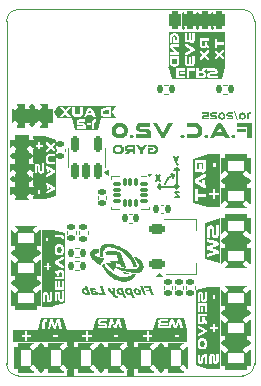
<source format=gbr>
%TF.GenerationSoftware,KiCad,Pcbnew,9.0.3-9.0.3-0~ubuntu24.04.1*%
%TF.CreationDate,2025-10-28T20:09:37+01:00*%
%TF.ProjectId,ant control board v2,616e7420-636f-46e7-9472-6f6c20626f61,2.0*%
%TF.SameCoordinates,Original*%
%TF.FileFunction,Legend,Bot*%
%TF.FilePolarity,Positive*%
%FSLAX46Y46*%
G04 Gerber Fmt 4.6, Leading zero omitted, Abs format (unit mm)*
G04 Created by KiCad (PCBNEW 9.0.3-9.0.3-0~ubuntu24.04.1) date 2025-10-28 20:09:37*
%MOMM*%
%LPD*%
G01*
G04 APERTURE LIST*
G04 Aperture macros list*
%AMRoundRect*
0 Rectangle with rounded corners*
0 $1 Rounding radius*
0 $2 $3 $4 $5 $6 $7 $8 $9 X,Y pos of 4 corners*
0 Add a 4 corners polygon primitive as box body*
4,1,4,$2,$3,$4,$5,$6,$7,$8,$9,$2,$3,0*
0 Add four circle primitives for the rounded corners*
1,1,$1+$1,$2,$3*
1,1,$1+$1,$4,$5*
1,1,$1+$1,$6,$7*
1,1,$1+$1,$8,$9*
0 Add four rect primitives between the rounded corners*
20,1,$1+$1,$2,$3,$4,$5,0*
20,1,$1+$1,$4,$5,$6,$7,0*
20,1,$1+$1,$6,$7,$8,$9,0*
20,1,$1+$1,$8,$9,$2,$3,0*%
%AMFreePoly0*
4,1,9,3.862500,-0.866500,0.737500,-0.866500,0.737500,-0.450000,-0.737500,-0.450000,-0.737500,0.450000,0.737500,0.450000,0.737500,0.866500,3.862500,0.866500,3.862500,-0.866500,3.862500,-0.866500,$1*%
G04 Aperture macros list end*
%ADD10C,0.150000*%
%ADD11C,0.275000*%
%ADD12C,0.000000*%
%ADD13C,0.500000*%
%ADD14C,0.510000*%
%ADD15C,0.120000*%
%ADD16C,0.250000*%
%ADD17C,0.500000*%
%ADD18RoundRect,0.375000X0.375000X-0.625000X0.375000X0.625000X-0.375000X0.625000X-0.375000X-0.625000X0*%
%ADD19RoundRect,0.300000X0.970000X-0.700000X0.970000X0.700000X-0.970000X0.700000X-0.970000X-0.700000X0*%
%ADD20C,0.650000*%
%ADD21O,1.250000X2.500000*%
%ADD22RoundRect,0.300000X-0.700000X-0.970000X0.700000X-0.970000X0.700000X0.970000X-0.700000X0.970000X0*%
%ADD23C,2.000000*%
%ADD24RoundRect,0.375000X0.625000X0.375000X-0.625000X0.375000X-0.625000X-0.375000X0.625000X-0.375000X0*%
%ADD25RoundRect,0.300000X-0.970000X0.700000X-0.970000X-0.700000X0.970000X-0.700000X0.970000X0.700000X0*%
%ADD26RoundRect,0.135000X0.185000X-0.135000X0.185000X0.135000X-0.185000X0.135000X-0.185000X-0.135000X0*%
%ADD27RoundRect,0.135000X0.135000X0.185000X-0.135000X0.185000X-0.135000X-0.185000X0.135000X-0.185000X0*%
%ADD28RoundRect,0.135000X-0.135000X-0.185000X0.135000X-0.185000X0.135000X0.185000X-0.135000X0.185000X0*%
%ADD29RoundRect,0.150000X0.150000X-0.512500X0.150000X0.512500X-0.150000X0.512500X-0.150000X-0.512500X0*%
%ADD30RoundRect,0.140000X0.140000X0.170000X-0.140000X0.170000X-0.140000X-0.170000X0.140000X-0.170000X0*%
%ADD31RoundRect,0.225000X-0.425000X-0.225000X0.425000X-0.225000X0.425000X0.225000X-0.425000X0.225000X0*%
%ADD32FreePoly0,0.000000*%
%ADD33RoundRect,0.087500X0.225000X0.087500X-0.225000X0.087500X-0.225000X-0.087500X0.225000X-0.087500X0*%
%ADD34RoundRect,0.087500X0.087500X0.225000X-0.087500X0.225000X-0.087500X-0.225000X0.087500X-0.225000X0*%
%ADD35RoundRect,0.140000X-0.170000X0.140000X-0.170000X-0.140000X0.170000X-0.140000X0.170000X0.140000X0*%
%ADD36RoundRect,0.250000X-0.250000X0.500000X-0.250000X-0.500000X0.250000X-0.500000X0.250000X0.500000X0*%
%ADD37RoundRect,0.140000X-0.140000X-0.170000X0.140000X-0.170000X0.140000X0.170000X-0.140000X0.170000X0*%
%ADD38RoundRect,0.140000X0.170000X-0.140000X0.170000X0.140000X-0.170000X0.140000X-0.170000X-0.140000X0*%
%TA.AperFunction,Profile*%
%ADD39C,0.050000*%
%TD*%
G04 APERTURE END LIST*
D10*
X113090869Y-124254287D02*
X113210000Y-124000000D01*
X112910000Y-123900000D02*
X113090869Y-124254287D01*
X113210005Y-124000000D02*
X112910000Y-123900000D01*
X112410000Y-124800000D02*
G75*
G02*
X113210000Y-124000000I1000000J-200000D01*
G01*
D11*
X113547500Y-125000000D02*
G75*
G02*
X113272500Y-125000000I-137500J0D01*
G01*
X113272500Y-125000000D02*
G75*
G02*
X113547500Y-125000000I137500J0D01*
G01*
D10*
X113611316Y-125439866D02*
X113244649Y-125439866D01*
X113244649Y-125439866D02*
X113611316Y-125906533D01*
X113611316Y-125906533D02*
X113244649Y-125906533D01*
X113511316Y-122439866D02*
X113344649Y-122906533D01*
X113177982Y-122439866D02*
X113344649Y-122906533D01*
X113344649Y-122906533D02*
X113411316Y-123073200D01*
X113411316Y-123073200D02*
X113444649Y-123106533D01*
X113444649Y-123106533D02*
X113511316Y-123139866D01*
X112011316Y-124506533D02*
X111644649Y-124039866D01*
X112011316Y-124039866D02*
X111644649Y-124506533D01*
X113410000Y-123400000D02*
X113210000Y-123600000D01*
X113410000Y-123400000D02*
X113610000Y-123600000D01*
X113410000Y-125000000D02*
X113410000Y-123400000D01*
X113210000Y-123600000D02*
X113610000Y-123600000D01*
X113610000Y-123600000D02*
X113410000Y-123400000D01*
X112010000Y-125200000D02*
X112010000Y-124800000D01*
X111810000Y-125000000D02*
X112010000Y-125200000D01*
X112010000Y-124800000D02*
X111810000Y-125000000D01*
X111810000Y-125000000D02*
X112010000Y-124800000D01*
X113410000Y-125000000D02*
X111810000Y-125000000D01*
G36*
X113672564Y-111874667D02*
G01*
X114017436Y-111874667D01*
X114017436Y-114917949D01*
X113672564Y-114917949D01*
X113672564Y-111874667D01*
G37*
G36*
X116272564Y-111874667D02*
G01*
X116517436Y-111874667D01*
X116517436Y-114917949D01*
X116272564Y-114917949D01*
X116272564Y-111874667D01*
G37*
G36*
X115022564Y-111874667D02*
G01*
X115267436Y-111874667D01*
X115267436Y-114917949D01*
X115022564Y-114917949D01*
X115022564Y-111874667D01*
G37*
G36*
X109223705Y-137120256D02*
G01*
X109761795Y-137120256D01*
X109761795Y-141028015D01*
X109223705Y-141028015D01*
X109223705Y-137120256D01*
G37*
G36*
X104153705Y-137119236D02*
G01*
X104681795Y-137119236D01*
X104681795Y-141026995D01*
X104153705Y-141026995D01*
X104153705Y-137119236D01*
G37*
D12*
%TO.C,kibuzzard-6901144A*%
G36*
X119034952Y-118715423D02*
G01*
X119093885Y-118731692D01*
X119146875Y-118758808D01*
X119193923Y-118796769D01*
X119232490Y-118843038D01*
X119260038Y-118895077D01*
X119276567Y-118952885D01*
X119282077Y-119016462D01*
X119276567Y-119080038D01*
X119260038Y-119137846D01*
X119232490Y-119189885D01*
X119193923Y-119236154D01*
X119146875Y-119274115D01*
X119093885Y-119301231D01*
X119034952Y-119317500D01*
X118970077Y-119322923D01*
X118969154Y-119322846D01*
X118905173Y-119317500D01*
X118846154Y-119301231D01*
X118793019Y-119274115D01*
X118745769Y-119236154D01*
X118707000Y-119189885D01*
X118679308Y-119137846D01*
X118662692Y-119080038D01*
X118657154Y-119016462D01*
X118818692Y-119016462D01*
X118829192Y-119076346D01*
X118860692Y-119124923D01*
X118908808Y-119157115D01*
X118969154Y-119167846D01*
X119030308Y-119157115D01*
X119079000Y-119124923D01*
X119110846Y-119076346D01*
X119121462Y-119016462D01*
X119110846Y-118956462D01*
X119079000Y-118907538D01*
X119030308Y-118875000D01*
X118969154Y-118864154D01*
X118908808Y-118875000D01*
X118860692Y-118907538D01*
X118829192Y-118956462D01*
X118818692Y-119016462D01*
X118657154Y-119016462D01*
X118662692Y-118952885D01*
X118679308Y-118895077D01*
X118707000Y-118843038D01*
X118745769Y-118796769D01*
X118793019Y-118758808D01*
X118846154Y-118731692D01*
X118905173Y-118715423D01*
X118970077Y-118710000D01*
X119034952Y-118715423D01*
G37*
G36*
X117293106Y-118715423D02*
G01*
X117352038Y-118731692D01*
X117405029Y-118758808D01*
X117452077Y-118796769D01*
X117490644Y-118843038D01*
X117518192Y-118895077D01*
X117534721Y-118952885D01*
X117540231Y-119016462D01*
X117534721Y-119080038D01*
X117518192Y-119137846D01*
X117490644Y-119189885D01*
X117452077Y-119236154D01*
X117405029Y-119274115D01*
X117352038Y-119301231D01*
X117293106Y-119317500D01*
X117228231Y-119322923D01*
X117227308Y-119322846D01*
X117163327Y-119317500D01*
X117104308Y-119301231D01*
X117051173Y-119274115D01*
X117003923Y-119236154D01*
X116965154Y-119189885D01*
X116937462Y-119137846D01*
X116920846Y-119080038D01*
X116915308Y-119016462D01*
X117076846Y-119016462D01*
X117087346Y-119076346D01*
X117118846Y-119124923D01*
X117166962Y-119157115D01*
X117227308Y-119167846D01*
X117288462Y-119157115D01*
X117337154Y-119124923D01*
X117369000Y-119076346D01*
X117379615Y-119016462D01*
X117369000Y-118956462D01*
X117337154Y-118907538D01*
X117288462Y-118875000D01*
X117227308Y-118864154D01*
X117166962Y-118875000D01*
X117118846Y-118907538D01*
X117087346Y-118956462D01*
X117076846Y-119016462D01*
X116915308Y-119016462D01*
X116920846Y-118952885D01*
X116937462Y-118895077D01*
X116965154Y-118843038D01*
X117003923Y-118796769D01*
X117051173Y-118758808D01*
X117104308Y-118731692D01*
X117163327Y-118715423D01*
X117228231Y-118710000D01*
X117293106Y-118715423D01*
G37*
G36*
X116147308Y-119079231D02*
G01*
X115749462Y-119079231D01*
X115721769Y-119090769D01*
X115710692Y-119120769D01*
X115722692Y-119150769D01*
X115754077Y-119161385D01*
X116147308Y-119161385D01*
X116147308Y-119316462D01*
X115746692Y-119316462D01*
X115692282Y-119310821D01*
X115644744Y-119293897D01*
X115604077Y-119265692D01*
X115573051Y-119228359D01*
X115554436Y-119184051D01*
X115548231Y-119132769D01*
X115554385Y-119082974D01*
X115572846Y-119039436D01*
X115603615Y-119002154D01*
X115643718Y-118973692D01*
X115690179Y-118956615D01*
X115743000Y-118950923D01*
X115993154Y-118950923D01*
X115993154Y-118870615D01*
X115574077Y-118870615D01*
X115574077Y-118716462D01*
X116147308Y-118716462D01*
X116147308Y-119079231D01*
G37*
G36*
X118183615Y-118870615D02*
G01*
X117816231Y-118870615D01*
X117789462Y-118881231D01*
X117779308Y-118910308D01*
X117789462Y-118939846D01*
X117816231Y-118950923D01*
X118020231Y-118950923D01*
X118072949Y-118956410D01*
X118119103Y-118972872D01*
X118158692Y-119000308D01*
X118199538Y-119057192D01*
X118213154Y-119129077D01*
X118213154Y-119316462D01*
X117626077Y-119316462D01*
X117626077Y-119161385D01*
X118051615Y-119161385D01*
X118051615Y-119116154D01*
X118014692Y-119079231D01*
X117809769Y-119079231D01*
X117756590Y-119073692D01*
X117710282Y-119057077D01*
X117670846Y-119029385D01*
X117640846Y-118992667D01*
X117622846Y-118948974D01*
X117616846Y-118898308D01*
X117622846Y-118848051D01*
X117640846Y-118804359D01*
X117670846Y-118767231D01*
X117710282Y-118739026D01*
X117756590Y-118722103D01*
X117809769Y-118716462D01*
X118183615Y-118716462D01*
X118183615Y-118870615D01*
G37*
G36*
X116810077Y-118870615D02*
G01*
X116442692Y-118870615D01*
X116415923Y-118881231D01*
X116405769Y-118910308D01*
X116415923Y-118939846D01*
X116442692Y-118950923D01*
X116646692Y-118950923D01*
X116699410Y-118956410D01*
X116745564Y-118972872D01*
X116785154Y-119000308D01*
X116826000Y-119057192D01*
X116839615Y-119129077D01*
X116839615Y-119316462D01*
X116252538Y-119316462D01*
X116252538Y-119161385D01*
X116678077Y-119161385D01*
X116678077Y-119116154D01*
X116641154Y-119079231D01*
X116436231Y-119079231D01*
X116383051Y-119073692D01*
X116336744Y-119057077D01*
X116297308Y-119029385D01*
X116267308Y-118992667D01*
X116249308Y-118948974D01*
X116243308Y-118898308D01*
X116249308Y-118848051D01*
X116267308Y-118804359D01*
X116297308Y-118767231D01*
X116336744Y-118739026D01*
X116383051Y-118722103D01*
X116436231Y-118716462D01*
X116810077Y-118716462D01*
X116810077Y-118870615D01*
G37*
G36*
X118626692Y-119394923D02*
G01*
X118502077Y-119394923D01*
X118258385Y-118637077D01*
X118383000Y-118637077D01*
X118626692Y-119394923D01*
G37*
G36*
X119657769Y-118871538D02*
G01*
X119585769Y-118871538D01*
X119538231Y-118889538D01*
X119520231Y-118936154D01*
X119520231Y-119316462D01*
X119358692Y-119316462D01*
X119358692Y-118903846D01*
X119364949Y-118851897D01*
X119383718Y-118806821D01*
X119415000Y-118768615D01*
X119455923Y-118739641D01*
X119503615Y-118722256D01*
X119558077Y-118716462D01*
X119657769Y-118716462D01*
X119657769Y-118871538D01*
G37*
D13*
%TO.C,J10*%
X101190000Y-118300000D02*
X101190000Y-119700000D01*
D14*
%TO.C,J7*%
X99594000Y-130610000D02*
X101626000Y-130610000D01*
X99594000Y-133150000D02*
X101626000Y-133150000D01*
%TO.C,J5*%
X106960000Y-138484000D02*
X106960000Y-140516000D01*
%TO.C,J8*%
X117374000Y-135690000D02*
X119406000Y-135690000D01*
X117374000Y-138230000D02*
X119406000Y-138230000D01*
%TO.C,J6*%
X112040000Y-138484000D02*
X112040000Y-140516000D01*
%TO.C,J4*%
X101880000Y-138484000D02*
X101880000Y-140516000D01*
D13*
%TO.C,J9*%
X99570000Y-122398096D02*
X100970000Y-122398096D01*
X99570000Y-124398096D02*
X100970000Y-124398096D01*
D14*
%TO.C,J1*%
X119406000Y-129610000D02*
X117374000Y-129610000D01*
%TO.C,J2*%
X119406000Y-124530000D02*
X117374000Y-124530000D01*
D15*
%TO.C,R5*%
X105110000Y-129053641D02*
X105110000Y-128746359D01*
X105870000Y-129053641D02*
X105870000Y-128746359D01*
D12*
%TO.C,kibuzzard-68CFCF36*%
G36*
X104159481Y-138175812D02*
G01*
X103326147Y-138175812D01*
X102949224Y-138175812D01*
X100578455Y-138175812D01*
X100279994Y-138175812D01*
X99574865Y-138175812D01*
X99574865Y-137547606D01*
X100279994Y-137547606D01*
X100279994Y-137742991D01*
X100578455Y-137742991D01*
X100578455Y-138047606D01*
X100773840Y-138047606D01*
X100773840Y-137761453D01*
X102949224Y-137761453D01*
X103326147Y-137761453D01*
X103326147Y-137567606D01*
X102949224Y-137567606D01*
X102949224Y-137761453D01*
X100773840Y-137761453D01*
X100773840Y-137742991D01*
X101073840Y-137742991D01*
X101073840Y-137547606D01*
X100773840Y-137547606D01*
X100773840Y-137244530D01*
X100578455Y-137244530D01*
X100578455Y-137547606D01*
X100279994Y-137547606D01*
X99574865Y-137547606D01*
X99574865Y-137116324D01*
X100279994Y-137116324D01*
X103326147Y-137116324D01*
X104159481Y-137116324D01*
X104159481Y-138175812D01*
G37*
%TO.C,G\u002A\u002A\u002A*%
G36*
X110591771Y-133570373D02*
G01*
X110608585Y-133614925D01*
X110636447Y-133687439D01*
X110668233Y-133769078D01*
X110701198Y-133852800D01*
X110732594Y-133931560D01*
X110736879Y-133942233D01*
X110762668Y-134006743D01*
X110785008Y-134063079D01*
X110802588Y-134107904D01*
X110814097Y-134137877D01*
X110818225Y-134149661D01*
X110815164Y-134150735D01*
X110794308Y-134152010D01*
X110758057Y-134152207D01*
X110711531Y-134151247D01*
X110604838Y-134147909D01*
X110542969Y-133985386D01*
X110531389Y-133955072D01*
X110501781Y-133878306D01*
X110469855Y-133796377D01*
X110437381Y-133713761D01*
X110406131Y-133634930D01*
X110377873Y-133564359D01*
X110354379Y-133506523D01*
X110337419Y-133465894D01*
X110318736Y-133422361D01*
X110427657Y-133422361D01*
X110536577Y-133422361D01*
X110591771Y-133570373D01*
G37*
G36*
X108914207Y-132219067D02*
G01*
X108952436Y-132226372D01*
X108988231Y-132234146D01*
X109042778Y-132245877D01*
X109105497Y-132259280D01*
X109168732Y-132272716D01*
X109221100Y-132284209D01*
X109268110Y-132296077D01*
X109299363Y-132306692D01*
X109318810Y-132317449D01*
X109330400Y-132329740D01*
X109337231Y-132340651D01*
X109341668Y-132356157D01*
X109331447Y-132366736D01*
X109323577Y-132368981D01*
X109294646Y-132372272D01*
X109249517Y-132374923D01*
X109192536Y-132376706D01*
X109128045Y-132377393D01*
X109058289Y-132377201D01*
X109006382Y-132376218D01*
X108970562Y-132374087D01*
X108947226Y-132370452D01*
X108932771Y-132364960D01*
X108923593Y-132357256D01*
X108919689Y-132352067D01*
X108906079Y-132326827D01*
X108892147Y-132293363D01*
X108880463Y-132258975D01*
X108873594Y-132230964D01*
X108874111Y-132216628D01*
X108885807Y-132215651D01*
X108914207Y-132219067D01*
G37*
G36*
X107133979Y-133454285D02*
G01*
X107138696Y-133470138D01*
X107151968Y-133508488D01*
X107171551Y-133561762D01*
X107195938Y-133626109D01*
X107223625Y-133697680D01*
X107253104Y-133772624D01*
X107282869Y-133847091D01*
X107311415Y-133917229D01*
X107337235Y-133979189D01*
X107358824Y-134029119D01*
X107414443Y-134154114D01*
X107129239Y-134151012D01*
X106844034Y-134147909D01*
X106813108Y-134072452D01*
X106782182Y-133996995D01*
X106931377Y-134001068D01*
X106938289Y-134001249D01*
X106995292Y-134002194D01*
X107044049Y-134002071D01*
X107079573Y-134000945D01*
X107096881Y-133998882D01*
X107099355Y-133992153D01*
X107094739Y-133964893D01*
X107080380Y-133916875D01*
X107056258Y-133848044D01*
X107022353Y-133758346D01*
X106978648Y-133647726D01*
X106925122Y-133516132D01*
X106924718Y-133515148D01*
X106909460Y-133476692D01*
X106898597Y-133446835D01*
X106894459Y-133431968D01*
X106899438Y-133429187D01*
X106923045Y-133425667D01*
X106961647Y-133423255D01*
X107010326Y-133422361D01*
X107126192Y-133422361D01*
X107133979Y-133454285D01*
G37*
G36*
X110923719Y-133425057D02*
G01*
X111203344Y-133428165D01*
X111264196Y-133596492D01*
X111264884Y-133598392D01*
X111289090Y-133663890D01*
X111319155Y-133743193D01*
X111352762Y-133830370D01*
X111387593Y-133919489D01*
X111421331Y-134004622D01*
X111451659Y-134079837D01*
X111476259Y-134139203D01*
X111476316Y-134139340D01*
X111473360Y-134146203D01*
X111455942Y-134150631D01*
X111421156Y-134153007D01*
X111366094Y-134153714D01*
X111249780Y-134153714D01*
X111220252Y-134075354D01*
X111204633Y-134033740D01*
X111183843Y-133977999D01*
X111166164Y-133930245D01*
X111141603Y-133863494D01*
X111000052Y-133863494D01*
X110858501Y-133863494D01*
X110836870Y-133802548D01*
X110828018Y-133777698D01*
X110816486Y-133745620D01*
X110809685Y-133727091D01*
X110809339Y-133724662D01*
X110816722Y-133718905D01*
X110838908Y-133715182D01*
X110878694Y-133713178D01*
X110938875Y-133712580D01*
X110989677Y-133711872D01*
X111033270Y-133709831D01*
X111062771Y-133706780D01*
X111073618Y-133703039D01*
X111072587Y-133696870D01*
X111065957Y-133672821D01*
X111055217Y-133639496D01*
X111036817Y-133585493D01*
X110868400Y-133582286D01*
X110699982Y-133579079D01*
X110672038Y-133510357D01*
X110658856Y-133476768D01*
X110648186Y-133446970D01*
X110644093Y-133431791D01*
X110649646Y-133429902D01*
X110675148Y-133427642D01*
X110718472Y-133425950D01*
X110776453Y-133424905D01*
X110845923Y-133424582D01*
X110923719Y-133425057D01*
G37*
G36*
X110417737Y-134030856D02*
G01*
X110393251Y-134084133D01*
X110349255Y-134125432D01*
X110286048Y-134154007D01*
X110278450Y-134156046D01*
X110229996Y-134162604D01*
X110170339Y-134163437D01*
X110108821Y-134158759D01*
X110054786Y-134148779D01*
X109980447Y-134121117D01*
X109903608Y-134073569D01*
X109838856Y-134012395D01*
X109788972Y-133940906D01*
X109756738Y-133862411D01*
X109750732Y-133820584D01*
X109959176Y-133820584D01*
X109962148Y-133841458D01*
X109977387Y-133883332D01*
X110001371Y-133928017D01*
X110029346Y-133967133D01*
X110056560Y-133992298D01*
X110085475Y-134005196D01*
X110126119Y-134013280D01*
X110163548Y-134011887D01*
X110189029Y-134000478D01*
X110200566Y-133975035D01*
X110200428Y-133936407D01*
X110189889Y-133891301D01*
X110170931Y-133845740D01*
X110145533Y-133805750D01*
X110115677Y-133777353D01*
X110105526Y-133771115D01*
X110058727Y-133752632D01*
X110016517Y-133751935D01*
X109983700Y-133769317D01*
X109967160Y-133792898D01*
X109959176Y-133820584D01*
X109750732Y-133820584D01*
X109744936Y-133780218D01*
X109748908Y-133734994D01*
X109770134Y-133681331D01*
X109809944Y-133641077D01*
X109868651Y-133613951D01*
X109946566Y-133599674D01*
X109963899Y-133598497D01*
X110055356Y-133604575D01*
X110144598Y-133629517D01*
X110227640Y-133670942D01*
X110300494Y-133726468D01*
X110359171Y-133793713D01*
X110399685Y-133870296D01*
X110406992Y-133891336D01*
X110422417Y-133966342D01*
X110421786Y-133975035D01*
X110417737Y-134030856D01*
G37*
G36*
X108183033Y-133891165D02*
G01*
X108183033Y-134174230D01*
X108229176Y-134215916D01*
X108230203Y-134216842D01*
X108277637Y-134252090D01*
X108321328Y-134267550D01*
X108366086Y-134264944D01*
X108367396Y-134264635D01*
X108403381Y-134257194D01*
X108423358Y-134258500D01*
X108433626Y-134271420D01*
X108440481Y-134298823D01*
X108441939Y-134305942D01*
X108449631Y-134342549D01*
X108455797Y-134370526D01*
X108456268Y-134388690D01*
X108441336Y-134401103D01*
X108421973Y-134403817D01*
X108386192Y-134406300D01*
X108343089Y-134407760D01*
X108313771Y-134407604D01*
X108252342Y-134401264D01*
X108197502Y-134384831D01*
X108145873Y-134356161D01*
X108094077Y-134313113D01*
X108038734Y-134253544D01*
X107976465Y-134175312D01*
X107975874Y-134174531D01*
X107919955Y-134101145D01*
X107853716Y-134014933D01*
X107781240Y-133921176D01*
X107706608Y-133825158D01*
X107633905Y-133732158D01*
X107630647Y-133728001D01*
X107597091Y-133684770D01*
X107569729Y-133648787D01*
X107551302Y-133623703D01*
X107544550Y-133613168D01*
X107546696Y-133612144D01*
X107565926Y-133610183D01*
X107600821Y-133608940D01*
X107646127Y-133608650D01*
X107747704Y-133609198D01*
X107835583Y-133733444D01*
X107835746Y-133733674D01*
X107872512Y-133786182D01*
X107907714Y-133837375D01*
X107937363Y-133881401D01*
X107957476Y-133912408D01*
X107971986Y-133934804D01*
X107989012Y-133958273D01*
X107998461Y-133967549D01*
X108000319Y-133964372D01*
X108000500Y-133944664D01*
X107996796Y-133912832D01*
X107994125Y-133893087D01*
X107989192Y-133847313D01*
X107984142Y-133791262D01*
X107979730Y-133732896D01*
X107971302Y-133608101D01*
X108077167Y-133608101D01*
X108183033Y-133608101D01*
X108183033Y-133891165D01*
G37*
G36*
X108986303Y-133991047D02*
G01*
X109017933Y-134071896D01*
X109048728Y-134149463D01*
X109077062Y-134219539D01*
X109101310Y-134277916D01*
X109114092Y-134308360D01*
X109130828Y-134349241D01*
X109142303Y-134378601D01*
X109146561Y-134391537D01*
X109143664Y-134393032D01*
X109123083Y-134395076D01*
X109087068Y-134395799D01*
X109040759Y-134395031D01*
X108934957Y-134391693D01*
X108912054Y-134327845D01*
X108907649Y-134315631D01*
X108892098Y-134273206D01*
X108874904Y-134227064D01*
X108858000Y-134182305D01*
X108843323Y-134144029D01*
X108832808Y-134117336D01*
X108828388Y-134107327D01*
X108822875Y-134109921D01*
X108801678Y-134120466D01*
X108770211Y-134136349D01*
X108728492Y-134153354D01*
X108656113Y-134164723D01*
X108584040Y-134154826D01*
X108514474Y-134124753D01*
X108449615Y-134075595D01*
X108391663Y-134008444D01*
X108342817Y-133924390D01*
X108321452Y-133867780D01*
X108310341Y-133810749D01*
X108522455Y-133810749D01*
X108525713Y-133855335D01*
X108541920Y-133903148D01*
X108569315Y-133948500D01*
X108606135Y-133985702D01*
X108643084Y-134006533D01*
X108683762Y-134014088D01*
X108718524Y-134005632D01*
X108742760Y-133982430D01*
X108751863Y-133945744D01*
X108751637Y-133939515D01*
X108745565Y-133903405D01*
X108733223Y-133860098D01*
X108717312Y-133817087D01*
X108700533Y-133781863D01*
X108685587Y-133761917D01*
X108676685Y-133756768D01*
X108642609Y-133748335D01*
X108601853Y-133747797D01*
X108564067Y-133754711D01*
X108538900Y-133768636D01*
X108533909Y-133775080D01*
X108522455Y-133810749D01*
X108310341Y-133810749D01*
X108308137Y-133799437D01*
X108308430Y-133736055D01*
X108322871Y-133684144D01*
X108337080Y-133662272D01*
X108376359Y-133630904D01*
X108433785Y-133609886D01*
X108510085Y-133599077D01*
X108605984Y-133598340D01*
X108722209Y-133607534D01*
X108852854Y-133622096D01*
X108873369Y-133687653D01*
X108883942Y-133719019D01*
X108902658Y-133770903D01*
X108927040Y-133836341D01*
X108955464Y-133911126D01*
X108968822Y-133945744D01*
X108986303Y-133991047D01*
G37*
G36*
X109697080Y-133969030D02*
G01*
X109730951Y-134056650D01*
X109763102Y-134138264D01*
X109790461Y-134205953D01*
X109802028Y-134234029D01*
X109824653Y-134289021D01*
X109843543Y-134335026D01*
X109856991Y-134367885D01*
X109863290Y-134383441D01*
X109861228Y-134390525D01*
X109845907Y-134394605D01*
X109814017Y-134395987D01*
X109762273Y-134395050D01*
X109655408Y-134391693D01*
X109602685Y-134252388D01*
X109599689Y-134244481D01*
X109579864Y-134192713D01*
X109563132Y-134149927D01*
X109551178Y-134120378D01*
X109545682Y-134108317D01*
X109538349Y-134109304D01*
X109521016Y-134121184D01*
X109484119Y-134143116D01*
X109429460Y-134159387D01*
X109367675Y-134165322D01*
X109354542Y-134164908D01*
X109285984Y-134149887D01*
X109220405Y-134115879D01*
X109160412Y-134066440D01*
X109108612Y-134005124D01*
X109067612Y-133935487D01*
X109040017Y-133861084D01*
X109031833Y-133807652D01*
X109241520Y-133807652D01*
X109242989Y-133852179D01*
X109258443Y-133900204D01*
X109286201Y-133946218D01*
X109324584Y-133984714D01*
X109363639Y-134007022D01*
X109404868Y-134014652D01*
X109439276Y-134004928D01*
X109462857Y-133979108D01*
X109471607Y-133938453D01*
X109470775Y-133927422D01*
X109462765Y-133891827D01*
X109448619Y-133849682D01*
X109431258Y-133808262D01*
X109413605Y-133774838D01*
X109398582Y-133756685D01*
X109390745Y-133752896D01*
X109358136Y-133747058D01*
X109318665Y-133748298D01*
X109282209Y-133755772D01*
X109258644Y-133768636D01*
X109255719Y-133772130D01*
X109241520Y-133807652D01*
X109031833Y-133807652D01*
X109028435Y-133785471D01*
X109035472Y-133712203D01*
X109053010Y-133669639D01*
X109083597Y-133637425D01*
X109128999Y-133615067D01*
X109191006Y-133601976D01*
X109271407Y-133597562D01*
X109371993Y-133601233D01*
X109412719Y-133603790D01*
X109467375Y-133607390D01*
X109508154Y-133612589D01*
X109538362Y-133622198D01*
X109561304Y-133639032D01*
X109580285Y-133665903D01*
X109598611Y-133705625D01*
X109619587Y-133761011D01*
X109646519Y-133834874D01*
X109664561Y-133883324D01*
X109685478Y-133938453D01*
X109697080Y-133969030D01*
G37*
G36*
X106708224Y-130295565D02*
G01*
X106829621Y-130305405D01*
X106825985Y-130363449D01*
X106825225Y-130375445D01*
X106822322Y-130420128D01*
X106818667Y-130475319D01*
X106814872Y-130531776D01*
X106807393Y-130642059D01*
X106701904Y-130649489D01*
X106630922Y-130657162D01*
X106573041Y-130671024D01*
X106532572Y-130692106D01*
X106506700Y-130721920D01*
X106492609Y-130761980D01*
X106490685Y-130777326D01*
X106493817Y-130799033D01*
X106506344Y-130819085D01*
X106530427Y-130838803D01*
X106568227Y-130859504D01*
X106621903Y-130882506D01*
X106693618Y-130909128D01*
X106785530Y-130940687D01*
X106789866Y-130942140D01*
X106867180Y-130967486D01*
X106944276Y-130991815D01*
X107015724Y-131013479D01*
X107076095Y-131030830D01*
X107119960Y-131042220D01*
X107142039Y-131047558D01*
X107186923Y-131059743D01*
X107221253Y-131070876D01*
X107238950Y-131079075D01*
X107251029Y-131099524D01*
X107253495Y-131129269D01*
X107243779Y-131153426D01*
X107235818Y-131164661D01*
X107217546Y-131192935D01*
X107191353Y-131234614D01*
X107159364Y-131286311D01*
X107123707Y-131344640D01*
X107093629Y-131394058D01*
X107057315Y-131453545D01*
X107025025Y-131506256D01*
X106999429Y-131547832D01*
X106983199Y-131573913D01*
X106963050Y-131601406D01*
X106940865Y-131618386D01*
X106914567Y-131622243D01*
X106880679Y-131612598D01*
X106835725Y-131589070D01*
X106776230Y-131551279D01*
X106688345Y-131490288D01*
X106567030Y-131396809D01*
X106454499Y-131299157D01*
X106353307Y-131199890D01*
X106266010Y-131101564D01*
X106195164Y-131006737D01*
X106143322Y-130917965D01*
X106128878Y-130888035D01*
X106114668Y-130855207D01*
X106105930Y-130826172D01*
X106101337Y-130794177D01*
X106099556Y-130752470D01*
X106099258Y-130694299D01*
X106099276Y-130678328D01*
X106100023Y-130623287D01*
X106102607Y-130583707D01*
X106108044Y-130553322D01*
X106117349Y-130525868D01*
X106131538Y-130495077D01*
X106167010Y-130434731D01*
X106222408Y-130373812D01*
X106289367Y-130331774D01*
X106321638Y-130320504D01*
X106382307Y-130307580D01*
X106456711Y-130298156D01*
X106539438Y-130292701D01*
X106625080Y-130291681D01*
X106708224Y-130295565D01*
G37*
G36*
X107254471Y-131500916D02*
G01*
X107275802Y-131522996D01*
X107300225Y-131565706D01*
X107376662Y-131698760D01*
X107487267Y-131851679D01*
X107618580Y-131998622D01*
X107769429Y-132138516D01*
X107938644Y-132270289D01*
X108125051Y-132392871D01*
X108327478Y-132505189D01*
X108469031Y-132571176D01*
X108635148Y-132631978D01*
X108793654Y-132670905D01*
X108944622Y-132687963D01*
X109088123Y-132683160D01*
X109224229Y-132656502D01*
X109353012Y-132607998D01*
X109381899Y-132592047D01*
X109437416Y-132552943D01*
X109497414Y-132502301D01*
X109556453Y-132444851D01*
X109609091Y-132385324D01*
X109632901Y-132363221D01*
X109653696Y-132359378D01*
X109670515Y-132362511D01*
X109705846Y-132366348D01*
X109754003Y-132370249D01*
X109809663Y-132373724D01*
X109809964Y-132373740D01*
X109869250Y-132377358D01*
X109908998Y-132381117D01*
X109932862Y-132385722D01*
X109944500Y-132391876D01*
X109947567Y-132400284D01*
X109946343Y-132408798D01*
X109935864Y-132439479D01*
X109916887Y-132482156D01*
X109892111Y-132531578D01*
X109864238Y-132582492D01*
X109835968Y-132629646D01*
X109810003Y-132667790D01*
X109787474Y-132695683D01*
X109728015Y-132757817D01*
X109658191Y-132819614D01*
X109585465Y-132874727D01*
X109517302Y-132916805D01*
X109461261Y-132943460D01*
X109386640Y-132973586D01*
X109307412Y-133001274D01*
X109231909Y-133023636D01*
X109168463Y-133037781D01*
X109159198Y-133039229D01*
X109087884Y-133046361D01*
X109002080Y-133049730D01*
X108909054Y-133049472D01*
X108816076Y-133045721D01*
X108730415Y-133038613D01*
X108659342Y-133028284D01*
X108566121Y-133007460D01*
X108376346Y-132948001D01*
X108190807Y-132867267D01*
X108011066Y-132766509D01*
X107838688Y-132646981D01*
X107675235Y-132509937D01*
X107522271Y-132356629D01*
X107381359Y-132188312D01*
X107254062Y-132006239D01*
X107141943Y-131811663D01*
X107119821Y-131767761D01*
X107099275Y-131724111D01*
X107085335Y-131691069D01*
X107080199Y-131673553D01*
X107080202Y-131673315D01*
X107087907Y-131652941D01*
X107107551Y-131621867D01*
X107134827Y-131585797D01*
X107165427Y-131550434D01*
X107195045Y-131521482D01*
X107206191Y-131512382D01*
X107232508Y-131497900D01*
X107254471Y-131500916D01*
G37*
G36*
X106038908Y-133975496D02*
G01*
X106062276Y-134033534D01*
X106081514Y-134081801D01*
X106095067Y-134116391D01*
X106101380Y-134133398D01*
X106102689Y-134139397D01*
X106099360Y-134147008D01*
X106085218Y-134151333D01*
X106056129Y-134153268D01*
X106007963Y-134153714D01*
X105962960Y-134153451D01*
X105931657Y-134151750D01*
X105914151Y-134147277D01*
X105905527Y-134138702D01*
X105900871Y-134124692D01*
X105891813Y-134100975D01*
X105880123Y-134098992D01*
X105863639Y-134119421D01*
X105850226Y-134135141D01*
X105823118Y-134153512D01*
X105791453Y-134161870D01*
X105734138Y-134164533D01*
X105672259Y-134156303D01*
X105614923Y-134137865D01*
X105603434Y-134132429D01*
X105531784Y-134085116D01*
X105468382Y-134020954D01*
X105416877Y-133945155D01*
X105380917Y-133862935D01*
X105372732Y-133822207D01*
X105582667Y-133822207D01*
X105583905Y-133835544D01*
X105597244Y-133877496D01*
X105621289Y-133923071D01*
X105651120Y-133963868D01*
X105681814Y-133991482D01*
X105685984Y-133993979D01*
X105716664Y-134008486D01*
X105741075Y-134014408D01*
X105746511Y-134014149D01*
X105779163Y-134002656D01*
X105804595Y-133979113D01*
X105814843Y-133950430D01*
X105811396Y-133926123D01*
X105801187Y-133888440D01*
X105786715Y-133845908D01*
X105770520Y-133805353D01*
X105755138Y-133773602D01*
X105743108Y-133757483D01*
X105736960Y-133754845D01*
X105710036Y-133749707D01*
X105674435Y-133747584D01*
X105662101Y-133747893D01*
X105617760Y-133758048D01*
X105591388Y-133782733D01*
X105582667Y-133822207D01*
X105372732Y-133822207D01*
X105364151Y-133779508D01*
X105363684Y-133722701D01*
X105374149Y-133674502D01*
X105398255Y-133640182D01*
X105438155Y-133617921D01*
X105496006Y-133605900D01*
X105573962Y-133602297D01*
X105605070Y-133602155D01*
X105647351Y-133601417D01*
X105676370Y-133600189D01*
X105687148Y-133598634D01*
X105686657Y-133597001D01*
X105679477Y-133579885D01*
X105665518Y-133548573D01*
X105647080Y-133508252D01*
X105607014Y-133421534D01*
X105717620Y-133424849D01*
X105828226Y-133428165D01*
X105883636Y-133579079D01*
X105893973Y-133606943D01*
X105921441Y-133679287D01*
X105953208Y-133761235D01*
X105986119Y-133844686D01*
X106017018Y-133921538D01*
X106028739Y-133950430D01*
X106038908Y-133975496D01*
G37*
G36*
X106385454Y-133607218D02*
G01*
X106439274Y-133615067D01*
X106479719Y-133622597D01*
X106506431Y-133631457D01*
X106524217Y-133644029D01*
X106537884Y-133662695D01*
X106552240Y-133689835D01*
X106563815Y-133713069D01*
X106576210Y-133739196D01*
X106581022Y-133751228D01*
X106580133Y-133751660D01*
X106564334Y-133749892D01*
X106532863Y-133743768D01*
X106491054Y-133734292D01*
X106448255Y-133724880D01*
X106381039Y-133714695D01*
X106331650Y-133714182D01*
X106301200Y-133723299D01*
X106290803Y-133742002D01*
X106299051Y-133761573D01*
X106326957Y-133783598D01*
X106370905Y-133802936D01*
X106427067Y-133817466D01*
X106484109Y-133829667D01*
X106580562Y-133859461D01*
X106656285Y-133896792D01*
X106710882Y-133941379D01*
X106743956Y-133992938D01*
X106755110Y-134051187D01*
X106754847Y-134067019D01*
X106749137Y-134106014D01*
X106733360Y-134131066D01*
X106704079Y-134148746D01*
X106678864Y-134155974D01*
X106636501Y-134162271D01*
X106590027Y-134164868D01*
X106571113Y-134164935D01*
X106536758Y-134163820D01*
X106516581Y-134158881D01*
X106504105Y-134147634D01*
X106492855Y-134127594D01*
X106491878Y-134125683D01*
X106473597Y-134094114D01*
X106456199Y-134069846D01*
X106454418Y-134067796D01*
X106446613Y-134055868D01*
X106454273Y-134051354D01*
X106481241Y-134051427D01*
X106486428Y-134051531D01*
X106517106Y-134048489D01*
X106536165Y-134040691D01*
X106536181Y-134040675D01*
X106543539Y-134019070D01*
X106534123Y-133992976D01*
X106510786Y-133970303D01*
X106488212Y-133959052D01*
X106454840Y-133946146D01*
X106417918Y-133934077D01*
X106383745Y-133924732D01*
X106358621Y-133920000D01*
X106348847Y-133921768D01*
X106351017Y-133929944D01*
X106360406Y-133956308D01*
X106375512Y-133995602D01*
X106394468Y-134042868D01*
X106440090Y-134154563D01*
X106335726Y-134151236D01*
X106231362Y-134147909D01*
X106167617Y-133985386D01*
X106141858Y-133919507D01*
X106113914Y-133847098D01*
X106093132Y-133791486D01*
X106078634Y-133749950D01*
X106069543Y-133719768D01*
X106064980Y-133698217D01*
X106064068Y-133682575D01*
X106065928Y-133670122D01*
X106074591Y-133651828D01*
X106105454Y-133626560D01*
X106154488Y-133608970D01*
X106219178Y-133599552D01*
X106297005Y-133598803D01*
X106385454Y-133607218D01*
G37*
G36*
X107697179Y-129826429D02*
G01*
X107782891Y-129832449D01*
X107858844Y-129842288D01*
X107987838Y-129867470D01*
X108194712Y-129920505D01*
X108400819Y-129988100D01*
X108602498Y-130068606D01*
X108796085Y-130160375D01*
X108977918Y-130261761D01*
X109144334Y-130371116D01*
X109291671Y-130486792D01*
X109402193Y-130591434D01*
X109512331Y-130713431D01*
X109617215Y-130846934D01*
X109714790Y-130988530D01*
X109803000Y-131134808D01*
X109879791Y-131282352D01*
X109943108Y-131427751D01*
X109990897Y-131567590D01*
X110021102Y-131698458D01*
X110024063Y-131716681D01*
X110030920Y-131767460D01*
X110031435Y-131800697D01*
X110024527Y-131820395D01*
X110009111Y-131830555D01*
X109984106Y-131835182D01*
X109978220Y-131835741D01*
X109942214Y-131838079D01*
X109893872Y-131840169D01*
X109841951Y-131841616D01*
X109742139Y-131843567D01*
X109715910Y-131736186D01*
X109691117Y-131646307D01*
X109625656Y-131468730D01*
X109540657Y-131296881D01*
X109438508Y-131135927D01*
X109362349Y-131035392D01*
X109213420Y-130866585D01*
X109048778Y-130711325D01*
X108870747Y-130571214D01*
X108681651Y-130447850D01*
X108483814Y-130342836D01*
X108279559Y-130257770D01*
X108071210Y-130194254D01*
X107955171Y-130167614D01*
X107811802Y-130142140D01*
X107685363Y-130129012D01*
X107576520Y-130128262D01*
X107485936Y-130139919D01*
X107414273Y-130164014D01*
X107369320Y-130190086D01*
X107301031Y-130249764D01*
X107243852Y-130328687D01*
X107197401Y-130427430D01*
X107161300Y-130546567D01*
X107159525Y-130554122D01*
X107149467Y-130606301D01*
X107142944Y-130662679D01*
X107139411Y-130729571D01*
X107138325Y-130813289D01*
X107138163Y-130841954D01*
X107136893Y-130898256D01*
X107134569Y-130943482D01*
X107131440Y-130973585D01*
X107127757Y-130984518D01*
X107122197Y-130984063D01*
X107096930Y-130980037D01*
X107058985Y-130972871D01*
X107014275Y-130963813D01*
X106968716Y-130954108D01*
X106928222Y-130945003D01*
X106898707Y-130937745D01*
X106886086Y-130933580D01*
X106884596Y-130924567D01*
X106883018Y-130895552D01*
X106881795Y-130850370D01*
X106881026Y-130792896D01*
X106880810Y-130727001D01*
X106881228Y-130680177D01*
X106889233Y-130517651D01*
X106907846Y-130374842D01*
X106937647Y-130250729D01*
X106979218Y-130144286D01*
X107033141Y-130054491D01*
X107099998Y-129980319D01*
X107180369Y-129920748D01*
X107274837Y-129874753D01*
X107383982Y-129841312D01*
X107386182Y-129840802D01*
X107446210Y-129831414D01*
X107522366Y-129825898D01*
X107608180Y-129824240D01*
X107697179Y-129826429D01*
G37*
G36*
X107838456Y-130491542D02*
G01*
X107975233Y-130491805D01*
X108009611Y-130491894D01*
X108124205Y-130492388D01*
X108231619Y-130493147D01*
X108329560Y-130494135D01*
X108415739Y-130495318D01*
X108487865Y-130496660D01*
X108543645Y-130498126D01*
X108580790Y-130499682D01*
X108597008Y-130501293D01*
X108612692Y-130508715D01*
X108628910Y-130523689D01*
X108645105Y-130548617D01*
X108662914Y-130586580D01*
X108683973Y-130640661D01*
X108709920Y-130713941D01*
X108713957Y-130725603D01*
X108738968Y-130796538D01*
X108768336Y-130878175D01*
X108798731Y-130961314D01*
X108826821Y-131036757D01*
X108840220Y-131072349D01*
X108870618Y-131153286D01*
X108904218Y-131242946D01*
X108937800Y-131332730D01*
X108968144Y-131414043D01*
X108991455Y-131476465D01*
X109014317Y-131537394D01*
X109033679Y-131588692D01*
X109048012Y-131626316D01*
X109055791Y-131646218D01*
X109063968Y-131666359D01*
X109085253Y-131721535D01*
X109103608Y-131772882D01*
X109117572Y-131815982D01*
X109125683Y-131846420D01*
X109126479Y-131859780D01*
X109117720Y-131864228D01*
X109094713Y-131866283D01*
X109056608Y-131863579D01*
X109000910Y-131855909D01*
X108925123Y-131843065D01*
X108879260Y-131834729D01*
X108810422Y-131821376D01*
X108760966Y-131810281D01*
X108728547Y-131800817D01*
X108710817Y-131792356D01*
X108705428Y-131784269D01*
X108705126Y-131781998D01*
X108698891Y-131761714D01*
X108686246Y-131727624D01*
X108669379Y-131685708D01*
X108653522Y-131650237D01*
X108627528Y-131607352D01*
X108597610Y-131581318D01*
X108558705Y-131568399D01*
X108505753Y-131564856D01*
X108488333Y-131564602D01*
X108434838Y-131562073D01*
X108385770Y-131557729D01*
X108355581Y-131553647D01*
X108336408Y-131547502D01*
X108330235Y-131535778D01*
X108331587Y-131514061D01*
X108329766Y-131482519D01*
X108310502Y-131454438D01*
X108308720Y-131452863D01*
X108298109Y-131445486D01*
X108283582Y-131439842D01*
X108261924Y-131435589D01*
X108229918Y-131432385D01*
X108184346Y-131429889D01*
X108121992Y-131427758D01*
X108039639Y-131425651D01*
X107794139Y-131419847D01*
X107778439Y-131370230D01*
X107772994Y-131352845D01*
X107768090Y-131332755D01*
X107768420Y-131317181D01*
X107776232Y-131305547D01*
X107793772Y-131297275D01*
X107823290Y-131291789D01*
X107867034Y-131288513D01*
X107927250Y-131286870D01*
X108006188Y-131286283D01*
X108106095Y-131286175D01*
X108183816Y-131286000D01*
X108271221Y-131285179D01*
X108339548Y-131283381D01*
X108391183Y-131280268D01*
X108428511Y-131275507D01*
X108453918Y-131268763D01*
X108469787Y-131259699D01*
X108478505Y-131247981D01*
X108482457Y-131233273D01*
X108482122Y-131223806D01*
X108475147Y-131192105D01*
X108461332Y-131146074D01*
X108442390Y-131090204D01*
X108420033Y-131028984D01*
X108395976Y-130966904D01*
X108371932Y-130908452D01*
X108349613Y-130858118D01*
X108330734Y-130820391D01*
X108317008Y-130799761D01*
X108287020Y-130769756D01*
X107867848Y-130763951D01*
X107448677Y-130758147D01*
X107429863Y-130730134D01*
X107417790Y-130708769D01*
X107400580Y-130672954D01*
X107382125Y-130630955D01*
X107365277Y-130589538D01*
X107352887Y-130555467D01*
X107347809Y-130535507D01*
X107347682Y-130530524D01*
X107348739Y-130521493D01*
X107353068Y-130513938D01*
X107362483Y-130507734D01*
X107378796Y-130502753D01*
X107403821Y-130498869D01*
X107439370Y-130495957D01*
X107487258Y-130493890D01*
X107549298Y-130492541D01*
X107627302Y-130491784D01*
X107723084Y-130491493D01*
X107838456Y-130491542D01*
G37*
G36*
X109863307Y-130926799D02*
G01*
X109926784Y-130949125D01*
X109988345Y-130974048D01*
X110132267Y-131043972D01*
X110255674Y-131122710D01*
X110359568Y-131211065D01*
X110444952Y-131309842D01*
X110512826Y-131419847D01*
X110520344Y-131434657D01*
X110563331Y-131528730D01*
X110591498Y-131612530D01*
X110605945Y-131691716D01*
X110607769Y-131771944D01*
X110598070Y-131858875D01*
X110592378Y-131887082D01*
X110559770Y-131977553D01*
X110508451Y-132062084D01*
X110441841Y-132137255D01*
X110363359Y-132199649D01*
X110276423Y-132245847D01*
X110184452Y-132272430D01*
X110148981Y-132276596D01*
X110088784Y-132280260D01*
X110014047Y-132282464D01*
X109929487Y-132283246D01*
X109839824Y-132282643D01*
X109749777Y-132280693D01*
X109664064Y-132277435D01*
X109587404Y-132272905D01*
X109524517Y-132267143D01*
X109391357Y-132248337D01*
X109213744Y-132215158D01*
X109025065Y-132172065D01*
X108830093Y-132120338D01*
X108633602Y-132061260D01*
X108440366Y-131996114D01*
X108255158Y-131926181D01*
X108228917Y-131916020D01*
X108199514Y-131905635D01*
X108184251Y-131901611D01*
X108178698Y-131907163D01*
X108164763Y-131929946D01*
X108145634Y-131966265D01*
X108123735Y-132011709D01*
X108115813Y-132028529D01*
X108089475Y-132079479D01*
X108068712Y-132111084D01*
X108054375Y-132121992D01*
X108046520Y-132117712D01*
X108023721Y-132098790D01*
X107989230Y-132066867D01*
X107945448Y-132024245D01*
X107894779Y-131973229D01*
X107839627Y-131916122D01*
X107813440Y-131888644D01*
X107751170Y-131823294D01*
X107689611Y-131758682D01*
X107632589Y-131698825D01*
X107583932Y-131647740D01*
X107547467Y-131609444D01*
X107510356Y-131569685D01*
X107479904Y-131535580D01*
X107459357Y-131510863D01*
X107451858Y-131499160D01*
X107451929Y-131496366D01*
X107453217Y-131485904D01*
X107457750Y-131477551D01*
X107467747Y-131471132D01*
X107485428Y-131466472D01*
X107513009Y-131463397D01*
X107552710Y-131461733D01*
X107606749Y-131461305D01*
X107677344Y-131461937D01*
X107766713Y-131463456D01*
X107877076Y-131465687D01*
X107957337Y-131467532D01*
X108046133Y-131470012D01*
X108125289Y-131472696D01*
X108192091Y-131475471D01*
X108243824Y-131478221D01*
X108277773Y-131480832D01*
X108291223Y-131483189D01*
X108292459Y-131492169D01*
X108288688Y-131519795D01*
X108279665Y-131560741D01*
X108266374Y-131609979D01*
X108255729Y-131648023D01*
X108245217Y-131690228D01*
X108239437Y-131719818D01*
X108239445Y-131732008D01*
X108258687Y-131739735D01*
X108296703Y-131751878D01*
X108349065Y-131767140D01*
X108411598Y-131784369D01*
X108480126Y-131802417D01*
X108550472Y-131820134D01*
X108618462Y-131836369D01*
X108717556Y-131858822D01*
X108873981Y-131891951D01*
X109015561Y-131918410D01*
X109146791Y-131938780D01*
X109272167Y-131953645D01*
X109396183Y-131963586D01*
X109523335Y-131969185D01*
X109658118Y-131971026D01*
X109711459Y-131970835D01*
X109814234Y-131968387D01*
X109898006Y-131962606D01*
X109965596Y-131952834D01*
X110019825Y-131938414D01*
X110063511Y-131918684D01*
X110099477Y-131892987D01*
X110130543Y-131860664D01*
X110158486Y-131818849D01*
X110183971Y-131748403D01*
X110190517Y-131671079D01*
X110178683Y-131589950D01*
X110149026Y-131508088D01*
X110102106Y-131428562D01*
X110038482Y-131354446D01*
X110005755Y-131316842D01*
X109962528Y-131253678D01*
X109917581Y-131174510D01*
X109891998Y-131126620D01*
X109862861Y-131074135D01*
X109837102Y-131029780D01*
X109818294Y-130999840D01*
X109795012Y-130961752D01*
X109785715Y-130933688D01*
X109793509Y-130918737D01*
X109819127Y-130916555D01*
X109863307Y-130926799D01*
G37*
%TO.C,kibuzzard-68CD793B*%
G36*
X113413231Y-114441231D02*
G01*
X113399692Y-114518308D01*
X113359077Y-114579692D01*
X113297231Y-114619846D01*
X113220000Y-114633231D01*
X113141846Y-114619846D01*
X113079692Y-114579692D01*
X113039077Y-114518308D01*
X113025538Y-114441231D01*
X113025538Y-114181538D01*
X113413231Y-114181538D01*
X113413231Y-114441231D01*
G37*
G36*
X113722564Y-113752000D02*
G01*
X113722564Y-114426461D01*
X113722564Y-114848615D01*
X113722564Y-114951179D01*
X112717436Y-114951179D01*
X112717436Y-114848615D01*
X112717436Y-113966154D01*
X112820000Y-113966154D01*
X112820000Y-114426461D01*
X112826962Y-114514654D01*
X112847846Y-114594615D01*
X112882654Y-114666346D01*
X112931385Y-114729846D01*
X112991192Y-114781808D01*
X113059231Y-114818923D01*
X113135500Y-114841192D01*
X113220000Y-114848615D01*
X113304500Y-114841192D01*
X113380769Y-114818923D01*
X113448808Y-114781808D01*
X113508615Y-114729846D01*
X113557346Y-114666346D01*
X113592154Y-114594615D01*
X113613038Y-114514654D01*
X113620000Y-114426461D01*
X113620000Y-113966154D01*
X112820000Y-113966154D01*
X112717436Y-113966154D01*
X112717436Y-113064000D01*
X112820000Y-113064000D01*
X112820000Y-113115692D01*
X112832923Y-113189538D01*
X112879077Y-113246154D01*
X113286462Y-113624000D01*
X112820000Y-113624000D01*
X112820000Y-113832000D01*
X113537538Y-113832000D01*
X113599385Y-113812000D01*
X113620000Y-113752000D01*
X113620000Y-113708923D01*
X113605846Y-113644308D01*
X113552308Y-113585846D01*
X113106769Y-113173538D01*
X113620000Y-113173538D01*
X113620000Y-112964308D01*
X112911077Y-112964308D01*
X112842769Y-112989231D01*
X112820000Y-113064000D01*
X112717436Y-113064000D01*
X112717436Y-112400615D01*
X112820000Y-112400615D01*
X112820000Y-112828923D01*
X113025538Y-112828923D01*
X113025538Y-112385846D01*
X113039077Y-112308461D01*
X113079692Y-112246154D01*
X113141846Y-112205077D01*
X113220000Y-112191385D01*
X113297231Y-112205077D01*
X113359077Y-112246154D01*
X113399692Y-112308461D01*
X113413231Y-112385846D01*
X113413231Y-112624615D01*
X113303692Y-112624615D01*
X113303692Y-112364923D01*
X113132615Y-112364923D01*
X113132615Y-112828923D01*
X113620000Y-112828923D01*
X113620000Y-112400615D01*
X113613038Y-112312385D01*
X113592154Y-112232308D01*
X113557346Y-112160385D01*
X113508615Y-112096615D01*
X113448808Y-112044385D01*
X113380769Y-112007077D01*
X113304500Y-111984692D01*
X113220000Y-111977231D01*
X113135500Y-111984692D01*
X113059231Y-112007077D01*
X112991192Y-112044385D01*
X112931385Y-112096615D01*
X112882654Y-112160385D01*
X112847846Y-112232308D01*
X112826962Y-112312385D01*
X112820000Y-112400615D01*
X112717436Y-112400615D01*
X112717436Y-111977231D01*
X112717436Y-111874667D01*
X113722564Y-111874667D01*
X113722564Y-111977231D01*
X113722564Y-112828923D01*
X113722564Y-113752000D01*
G37*
%TO.C,kibuzzard-68CD7254*%
G36*
X109206724Y-137108150D02*
G01*
X108905186Y-137108150D01*
X108802622Y-137108150D01*
X107594006Y-137108150D01*
X106736160Y-137108150D01*
X106723852Y-137108150D01*
X106621288Y-137108150D01*
X106319750Y-137108150D01*
X106517780Y-136448048D01*
X106723852Y-136448048D01*
X106731852Y-136515603D01*
X106755852Y-136573860D01*
X106795852Y-136622817D01*
X106848434Y-136659740D01*
X106910177Y-136681894D01*
X106981083Y-136689278D01*
X107254314Y-136689278D01*
X107303545Y-136738509D01*
X107303545Y-136798817D01*
X106736160Y-136798817D01*
X106736160Y-137005586D01*
X107518929Y-137005586D01*
X107594006Y-137005586D01*
X107808160Y-137005586D01*
X107926314Y-136491124D01*
X108065391Y-136929278D01*
X108101699Y-136986509D01*
X108166314Y-137005586D01*
X108231545Y-137005586D01*
X108296160Y-136986509D01*
X108332468Y-136929278D01*
X108471545Y-136482509D01*
X108589699Y-137005586D01*
X108802622Y-137005586D01*
X108640160Y-136296663D01*
X108604775Y-136228355D01*
X108535545Y-136205586D01*
X108445699Y-136205586D01*
X108380775Y-136224971D01*
X108343545Y-136283124D01*
X108198314Y-136761894D01*
X108054314Y-136283124D01*
X108017391Y-136224971D01*
X107953391Y-136205586D01*
X107863545Y-136205586D01*
X107794006Y-136228355D01*
X107757699Y-136296663D01*
X107594006Y-137005586D01*
X107518929Y-137005586D01*
X107518929Y-136755740D01*
X107500775Y-136659894D01*
X107446314Y-136584048D01*
X107393528Y-136547466D01*
X107331989Y-136525518D01*
X107261699Y-136518201D01*
X106989699Y-136518201D01*
X106954006Y-136503432D01*
X106940468Y-136464048D01*
X106954006Y-136425278D01*
X106989699Y-136411124D01*
X107479545Y-136411124D01*
X107479545Y-136205586D01*
X106981083Y-136205586D01*
X106910177Y-136213107D01*
X106848434Y-136235671D01*
X106795852Y-136273278D01*
X106755852Y-136322783D01*
X106731852Y-136381039D01*
X106723852Y-136448048D01*
X106517780Y-136448048D01*
X106621288Y-136103022D01*
X106723852Y-136103022D01*
X108802622Y-136103022D01*
X108905186Y-136103022D01*
X109206724Y-137108150D01*
G37*
%TO.C,kibuzzard-68CD71AA*%
G36*
X104094556Y-137122909D02*
G01*
X103793018Y-137122909D01*
X103690454Y-137122909D01*
X102481838Y-137122909D01*
X102043684Y-137122909D01*
X101941120Y-137122909D01*
X101639582Y-137122909D01*
X101835397Y-136470191D01*
X102043684Y-136470191D01*
X102043684Y-137020345D01*
X102259069Y-137020345D01*
X102481838Y-137020345D01*
X102695992Y-137020345D01*
X102814146Y-136505883D01*
X102953223Y-136944037D01*
X102989531Y-137001268D01*
X103054146Y-137020345D01*
X103119377Y-137020345D01*
X103183992Y-137001268D01*
X103220300Y-136944037D01*
X103359377Y-136497268D01*
X103477531Y-137020345D01*
X103690454Y-137020345D01*
X103527992Y-136311422D01*
X103492607Y-136243114D01*
X103423377Y-136220345D01*
X103333531Y-136220345D01*
X103268607Y-136239730D01*
X103231377Y-136297883D01*
X103086146Y-136776653D01*
X102942146Y-136297883D01*
X102905223Y-136239730D01*
X102841223Y-136220345D01*
X102751377Y-136220345D01*
X102681838Y-136243114D01*
X102645531Y-136311422D01*
X102481838Y-137020345D01*
X102259069Y-137020345D01*
X102259069Y-136513268D01*
X102283069Y-136451114D01*
X102346454Y-136427114D01*
X102442454Y-136427114D01*
X102442454Y-136220345D01*
X102309531Y-136220345D01*
X102236915Y-136228071D01*
X102173325Y-136251251D01*
X102118761Y-136289883D01*
X102077052Y-136340824D01*
X102052026Y-136400926D01*
X102043684Y-136470191D01*
X101835397Y-136470191D01*
X101941120Y-136117781D01*
X102043684Y-136117781D01*
X103690454Y-136117781D01*
X103793018Y-136117781D01*
X104094556Y-137122909D01*
G37*
%TO.C,kibuzzard-68CD787F*%
G36*
X103222564Y-121038974D02*
G01*
X103222564Y-121141538D01*
X103222564Y-125658462D01*
X103222564Y-125761026D01*
X102217436Y-126062564D01*
X102217436Y-125761026D01*
X102217436Y-125658462D01*
X102217436Y-124833846D01*
X102320000Y-124833846D01*
X102443077Y-124900308D01*
X102443077Y-125275692D01*
X102614154Y-125184615D01*
X102614154Y-124991385D01*
X102871385Y-125128000D01*
X102320000Y-125420923D01*
X102320000Y-125658462D01*
X103060923Y-125249846D01*
X103105231Y-125209231D01*
X103120000Y-125153846D01*
X103120000Y-125104615D01*
X103105231Y-125049231D01*
X103060923Y-125008615D01*
X102320000Y-124600000D01*
X102320000Y-124833846D01*
X102217436Y-124833846D01*
X102217436Y-124600000D01*
X102217436Y-123418462D01*
X102320000Y-123418462D01*
X102443077Y-123484923D01*
X102443077Y-123860308D01*
X102614154Y-123769231D01*
X102614154Y-123576000D01*
X102871385Y-123712615D01*
X102320000Y-124005538D01*
X102320000Y-124243077D01*
X103060923Y-123834462D01*
X103105231Y-123793846D01*
X103120000Y-123738462D01*
X103120000Y-123689231D01*
X103105231Y-123633846D01*
X103060923Y-123593231D01*
X102320000Y-123184615D01*
X102320000Y-123418462D01*
X102217436Y-123418462D01*
X102217436Y-123184615D01*
X102217436Y-122746462D01*
X102320000Y-122746462D01*
X102330667Y-122846769D01*
X102362667Y-122934359D01*
X102416000Y-123009231D01*
X102486291Y-123066325D01*
X102569162Y-123100581D01*
X102664615Y-123112000D01*
X103120000Y-123112000D01*
X103120000Y-122895385D01*
X102680615Y-122895385D01*
X102618308Y-122884615D01*
X102569231Y-122852308D01*
X102537385Y-122803385D01*
X102526769Y-122742769D01*
X102526769Y-122572923D01*
X102537385Y-122512308D01*
X102569231Y-122463385D01*
X102618308Y-122431077D01*
X102680615Y-122420308D01*
X103120000Y-122420308D01*
X103120000Y-122203692D01*
X102664615Y-122203692D01*
X102569162Y-122215111D01*
X102486291Y-122249368D01*
X102416000Y-122306462D01*
X102362667Y-122381333D01*
X102330667Y-122468923D01*
X102320000Y-122569231D01*
X102320000Y-122746462D01*
X102217436Y-122746462D01*
X102217436Y-122569231D01*
X102217436Y-121413538D01*
X102320000Y-121413538D01*
X102595692Y-121649846D01*
X102320000Y-121880000D01*
X102320000Y-122136000D01*
X102737231Y-121785231D01*
X103120000Y-122107692D01*
X103120000Y-121835692D01*
X102877538Y-121632615D01*
X103120000Y-121428308D01*
X103120000Y-121172308D01*
X102736000Y-121496000D01*
X102320000Y-121141538D01*
X102320000Y-121413538D01*
X102217436Y-121413538D01*
X102217436Y-121141538D01*
X102217436Y-121038974D01*
X102217436Y-120737436D01*
X103222564Y-121038974D01*
G37*
D15*
%TO.C,R4*%
X105143641Y-130220000D02*
X104836359Y-130220000D01*
X105143641Y-130980000D02*
X104836359Y-130980000D01*
%TO.C,R3*%
X104836359Y-131320000D02*
X105143641Y-131320000D01*
X104836359Y-132080000D02*
X105143641Y-132080000D01*
%TO.C,U8*%
X104210000Y-122500000D02*
X104210000Y-121700000D01*
X104210000Y-122500000D02*
X104210000Y-123300000D01*
X107330000Y-122500000D02*
X107330000Y-121700000D01*
X107330000Y-122500000D02*
X107330000Y-123300000D01*
X107610000Y-124040000D02*
X107280000Y-123800000D01*
X107610000Y-123560000D01*
X107610000Y-124040000D01*
G36*
X107610000Y-124040000D02*
G01*
X107280000Y-123800000D01*
X107610000Y-123560000D01*
X107610000Y-124040000D01*
G37*
%TO.C,R1*%
X112673641Y-116370000D02*
X112366359Y-116370000D01*
X112673641Y-117130000D02*
X112366359Y-117130000D01*
D12*
%TO.C,kibuzzard-68CD7CD9*%
G36*
X110430385Y-121764769D02*
G01*
X110656846Y-121446000D01*
X110909154Y-121446000D01*
X110542385Y-121964154D01*
X110542385Y-122246000D01*
X110327000Y-122246000D01*
X110327000Y-121964154D01*
X109961462Y-121446000D01*
X110202692Y-121446000D01*
X110430385Y-121764769D01*
G37*
G36*
X109891308Y-122246000D02*
G01*
X109677154Y-122246000D01*
X109677154Y-121651538D01*
X109339923Y-121651538D01*
X109267308Y-121679846D01*
X109239000Y-121753692D01*
X109267308Y-121827538D01*
X109339923Y-121855846D01*
X109615615Y-121855846D01*
X109615615Y-122042923D01*
X109426077Y-122042923D01*
X109266077Y-122246000D01*
X108985462Y-122246000D01*
X109187308Y-122010923D01*
X109119154Y-121965846D01*
X109067308Y-121904462D01*
X109034538Y-121829846D01*
X109023615Y-121745077D01*
X109033462Y-121662000D01*
X109063000Y-121590000D01*
X109112231Y-121529077D01*
X109176915Y-121482923D01*
X109252812Y-121455231D01*
X109339923Y-121446000D01*
X109891308Y-121446000D01*
X109891308Y-122246000D01*
G37*
G36*
X111495846Y-121452962D02*
G01*
X111575923Y-121473846D01*
X111647846Y-121508654D01*
X111711615Y-121557385D01*
X111763846Y-121617192D01*
X111801154Y-121685231D01*
X111823538Y-121761500D01*
X111831000Y-121846000D01*
X111823538Y-121930500D01*
X111801154Y-122006769D01*
X111763846Y-122074808D01*
X111711615Y-122134615D01*
X111647846Y-122183346D01*
X111575923Y-122218154D01*
X111495846Y-122239038D01*
X111407615Y-122246000D01*
X110979308Y-122246000D01*
X110979308Y-121758615D01*
X111443308Y-121758615D01*
X111443308Y-121929692D01*
X111183615Y-121929692D01*
X111183615Y-122039231D01*
X111422385Y-122039231D01*
X111499769Y-122025692D01*
X111562077Y-121985077D01*
X111603154Y-121923231D01*
X111616846Y-121846000D01*
X111603154Y-121767846D01*
X111562077Y-121705692D01*
X111499769Y-121665077D01*
X111422385Y-121651538D01*
X110979308Y-121651538D01*
X110979308Y-121446000D01*
X111407615Y-121446000D01*
X111495846Y-121452962D01*
G37*
G36*
X108601077Y-121452962D02*
G01*
X108681154Y-121473846D01*
X108753077Y-121508654D01*
X108816846Y-121557385D01*
X108869077Y-121617192D01*
X108906385Y-121685231D01*
X108928769Y-121761500D01*
X108936231Y-121846000D01*
X108928769Y-121930500D01*
X108906385Y-122006769D01*
X108869077Y-122074808D01*
X108816846Y-122134615D01*
X108753077Y-122183346D01*
X108681154Y-122218154D01*
X108601077Y-122239038D01*
X108527615Y-122244835D01*
X108512846Y-122246000D01*
X108397154Y-122246000D01*
X108308962Y-122239038D01*
X108229000Y-122218154D01*
X108157269Y-122183346D01*
X108093769Y-122134615D01*
X108041808Y-122074808D01*
X108004692Y-122006769D01*
X107982423Y-121930500D01*
X107975000Y-121846000D01*
X108189154Y-121846000D01*
X108202692Y-121923231D01*
X108243308Y-121985077D01*
X108305154Y-122025692D01*
X108382385Y-122039231D01*
X108527615Y-122039231D01*
X108605000Y-122025692D01*
X108667308Y-121985077D01*
X108708385Y-121923231D01*
X108722077Y-121846000D01*
X108708385Y-121767846D01*
X108667308Y-121705692D01*
X108605000Y-121665077D01*
X108527615Y-121651538D01*
X108382385Y-121651538D01*
X108305154Y-121665077D01*
X108243308Y-121705692D01*
X108202692Y-121767846D01*
X108189154Y-121846000D01*
X107975000Y-121846000D01*
X107982423Y-121761500D01*
X108004692Y-121685231D01*
X108041808Y-121617192D01*
X108093769Y-121557385D01*
X108157269Y-121508654D01*
X108229000Y-121473846D01*
X108308962Y-121452962D01*
X108397154Y-121446000D01*
X108512846Y-121446000D01*
X108601077Y-121452962D01*
G37*
%TO.C,kibuzzard-68CFCF49*%
G36*
X109290008Y-138175983D02*
G01*
X108456675Y-138175983D01*
X108079752Y-138175983D01*
X105708983Y-138175983D01*
X105410521Y-138175983D01*
X104577188Y-138175983D01*
X104577188Y-137547777D01*
X105410521Y-137547777D01*
X105410521Y-137743162D01*
X105708983Y-137743162D01*
X105708983Y-138047777D01*
X105904367Y-138047777D01*
X105904367Y-137761624D01*
X108079752Y-137761624D01*
X108456675Y-137761624D01*
X108456675Y-137567777D01*
X108079752Y-137567777D01*
X108079752Y-137761624D01*
X105904367Y-137761624D01*
X105904367Y-137743162D01*
X106204367Y-137743162D01*
X106204367Y-137547777D01*
X105904367Y-137547777D01*
X105904367Y-137244701D01*
X105708983Y-137244701D01*
X105708983Y-137547777D01*
X105410521Y-137547777D01*
X104577188Y-137547777D01*
X104577188Y-137116495D01*
X105410521Y-137116495D01*
X108456675Y-137116495D01*
X109290008Y-137116495D01*
X109290008Y-138175983D01*
G37*
D15*
%TO.C,C10*%
X109597836Y-127340000D02*
X109382164Y-127340000D01*
X109597836Y-128060000D02*
X109382164Y-128060000D01*
%TO.C,U1*%
X112470000Y-132422500D02*
X115050000Y-132422500D01*
X115050000Y-127702500D02*
X112330000Y-127702500D01*
X115050000Y-128682500D02*
X115050000Y-127702500D01*
X115050000Y-131442500D02*
X115050000Y-132422500D01*
X112160000Y-132602500D02*
X111680000Y-132602500D01*
X111920000Y-132272500D01*
X112160000Y-132602500D01*
G36*
X112160000Y-132602500D02*
G01*
X111680000Y-132602500D01*
X111920000Y-132272500D01*
X112160000Y-132602500D01*
G37*
D12*
%TO.C,kibuzzard-68CD795A*%
G36*
X115022564Y-113424615D02*
G01*
X115022564Y-114555692D01*
X115022564Y-114822769D01*
X115022564Y-114925333D01*
X114017436Y-114925333D01*
X114017436Y-114822769D01*
X114017436Y-113977231D01*
X114120000Y-113977231D01*
X114120000Y-114561846D01*
X114134308Y-114667846D01*
X114177231Y-114742154D01*
X114244154Y-114786000D01*
X114330462Y-114800615D01*
X114388615Y-114794769D01*
X114437538Y-114777231D01*
X114497846Y-114712000D01*
X114521231Y-114756615D01*
X114561846Y-114792000D01*
X114617231Y-114815077D01*
X114684923Y-114822769D01*
X114782769Y-114805231D01*
X114857231Y-114752615D01*
X114892103Y-114699556D01*
X114913026Y-114633915D01*
X114920000Y-114555692D01*
X114920000Y-113977231D01*
X114719385Y-113977231D01*
X114719385Y-114545846D01*
X114704923Y-114592923D01*
X114661538Y-114608615D01*
X114615385Y-114592000D01*
X114598769Y-114545846D01*
X114598769Y-113985846D01*
X114433846Y-113985846D01*
X114433846Y-114533538D01*
X114419385Y-114576923D01*
X114376000Y-114591385D01*
X114333538Y-114576923D01*
X114319385Y-114533538D01*
X114319385Y-113977231D01*
X114120000Y-113977231D01*
X114017436Y-113977231D01*
X114017436Y-112870769D01*
X114120000Y-112870769D01*
X114120000Y-113113231D01*
X114661538Y-113400000D01*
X114120000Y-113686769D01*
X114120000Y-113929231D01*
X114860923Y-113519385D01*
X114905231Y-113479692D01*
X114920000Y-113424615D01*
X114920000Y-113375385D01*
X114905231Y-113318769D01*
X114860923Y-113279385D01*
X114120000Y-112870769D01*
X114017436Y-112870769D01*
X114017436Y-111977231D01*
X114120000Y-111977231D01*
X114120000Y-112561846D01*
X114134308Y-112667846D01*
X114177231Y-112742154D01*
X114244154Y-112786000D01*
X114330462Y-112800615D01*
X114388615Y-112794769D01*
X114437538Y-112777231D01*
X114497846Y-112712000D01*
X114521231Y-112756615D01*
X114561846Y-112792000D01*
X114617231Y-112815077D01*
X114684923Y-112822769D01*
X114782769Y-112805231D01*
X114857231Y-112752615D01*
X114892103Y-112699556D01*
X114913026Y-112633915D01*
X114920000Y-112555692D01*
X114920000Y-111977231D01*
X114719385Y-111977231D01*
X114719385Y-112545846D01*
X114704923Y-112592923D01*
X114661538Y-112608615D01*
X114615385Y-112592000D01*
X114598769Y-112545846D01*
X114598769Y-111985846D01*
X114433846Y-111985846D01*
X114433846Y-112533538D01*
X114419385Y-112576923D01*
X114376000Y-112591385D01*
X114333538Y-112576923D01*
X114319385Y-112533538D01*
X114319385Y-111977231D01*
X114120000Y-111977231D01*
X114017436Y-111977231D01*
X114017436Y-111874667D01*
X115022564Y-111874667D01*
X115022564Y-111977231D01*
X115022564Y-112555692D01*
X115022564Y-113424615D01*
G37*
%TO.C,kibuzzard-68CD78A4*%
G36*
X102272564Y-121209231D02*
G01*
X102272564Y-125590769D01*
X102272564Y-126052308D01*
X101267436Y-126052308D01*
X101267436Y-125590769D01*
X101683846Y-125590769D01*
X101838923Y-125590769D01*
X101838923Y-125289231D01*
X101683846Y-125289231D01*
X101683846Y-125590769D01*
X101267436Y-125590769D01*
X101267436Y-125289231D01*
X101267436Y-123881231D01*
X101370000Y-123881231D01*
X101576769Y-123881231D01*
X101576769Y-123283077D01*
X101590923Y-123244923D01*
X101630923Y-123230154D01*
X101671538Y-123244923D01*
X101686308Y-123283077D01*
X101686308Y-123635077D01*
X101693761Y-123705299D01*
X101716120Y-123766632D01*
X101753385Y-123819077D01*
X101802547Y-123859077D01*
X101860598Y-123883077D01*
X101927538Y-123891077D01*
X101995162Y-123883077D01*
X102053624Y-123859077D01*
X102102923Y-123819077D01*
X102140188Y-123766632D01*
X102162547Y-123705299D01*
X102170000Y-123635077D01*
X102170000Y-123027077D01*
X101964462Y-123027077D01*
X101964462Y-123625231D01*
X101950923Y-123662769D01*
X101911538Y-123676923D01*
X101872154Y-123662769D01*
X101857385Y-123625231D01*
X101857385Y-123273231D01*
X101849863Y-123202325D01*
X101827299Y-123140581D01*
X101789692Y-123088000D01*
X101740188Y-123048000D01*
X101681932Y-123024000D01*
X101614923Y-123016000D01*
X101546547Y-123024000D01*
X101487470Y-123048000D01*
X101437692Y-123088000D01*
X101400085Y-123140581D01*
X101377521Y-123202325D01*
X101370000Y-123273231D01*
X101370000Y-123881231D01*
X101267436Y-123881231D01*
X101267436Y-123273231D01*
X101267436Y-121604308D01*
X101454923Y-121604308D01*
X101698615Y-121604308D01*
X101698615Y-121844308D01*
X101854923Y-121844308D01*
X101854923Y-121604308D01*
X102097385Y-121604308D01*
X102097385Y-121448000D01*
X101854923Y-121448000D01*
X101854923Y-121209231D01*
X101698615Y-121209231D01*
X101698615Y-121448000D01*
X101454923Y-121448000D01*
X101454923Y-121604308D01*
X101267436Y-121604308D01*
X101267436Y-121448000D01*
X101267436Y-121209231D01*
X101267436Y-120747692D01*
X102272564Y-120747692D01*
X102272564Y-121209231D01*
G37*
%TO.C,kibuzzard-68CD769D*%
G36*
X115647231Y-138040615D02*
G01*
X115709077Y-138081692D01*
X115749692Y-138144000D01*
X115763231Y-138221385D01*
X115763231Y-138366615D01*
X115749692Y-138443846D01*
X115709077Y-138505692D01*
X115647231Y-138546308D01*
X115570000Y-138559846D01*
X115491846Y-138546308D01*
X115429692Y-138505692D01*
X115389077Y-138443846D01*
X115375538Y-138366615D01*
X115375538Y-138221385D01*
X115389077Y-138144000D01*
X115429692Y-138081692D01*
X115491846Y-138040615D01*
X115570000Y-138026923D01*
X115647231Y-138040615D01*
G37*
G36*
X116072564Y-135647846D02*
G01*
X116072564Y-136679231D01*
X116072564Y-137254000D01*
X116072564Y-138351846D01*
X116072564Y-139990000D01*
X116072564Y-140002308D01*
X116072564Y-140104872D01*
X116072564Y-140406410D01*
X115067436Y-140104872D01*
X115067436Y-140002308D01*
X115067436Y-139246615D01*
X115170000Y-139246615D01*
X115170000Y-139745077D01*
X115177521Y-139815983D01*
X115200085Y-139877726D01*
X115237692Y-139930308D01*
X115287197Y-139970308D01*
X115345453Y-139994308D01*
X115412462Y-140002308D01*
X115480017Y-139994308D01*
X115538274Y-139970308D01*
X115587231Y-139930308D01*
X115624154Y-139877726D01*
X115646308Y-139815983D01*
X115653692Y-139745077D01*
X115653692Y-139471846D01*
X115702923Y-139422615D01*
X115763231Y-139422615D01*
X115763231Y-139990000D01*
X115970000Y-139990000D01*
X115970000Y-139207231D01*
X115720154Y-139207231D01*
X115624308Y-139225385D01*
X115548462Y-139279846D01*
X115511880Y-139332632D01*
X115489932Y-139394171D01*
X115482615Y-139464462D01*
X115482615Y-139736462D01*
X115467846Y-139772154D01*
X115428462Y-139785692D01*
X115389692Y-139772154D01*
X115375538Y-139736462D01*
X115375538Y-139246615D01*
X115170000Y-139246615D01*
X115067436Y-139246615D01*
X115067436Y-138236154D01*
X115170000Y-138236154D01*
X115170000Y-138351846D01*
X115176962Y-138440038D01*
X115197846Y-138520000D01*
X115232654Y-138591731D01*
X115281385Y-138655231D01*
X115341192Y-138707192D01*
X115409231Y-138744308D01*
X115485500Y-138766577D01*
X115570000Y-138774000D01*
X115654500Y-138766577D01*
X115730769Y-138744308D01*
X115798808Y-138707192D01*
X115858615Y-138655231D01*
X115907346Y-138591731D01*
X115942154Y-138520000D01*
X115963038Y-138440038D01*
X115970000Y-138351846D01*
X115970000Y-138236154D01*
X115963038Y-138147923D01*
X115942154Y-138067846D01*
X115907346Y-137995923D01*
X115858615Y-137932154D01*
X115798808Y-137879923D01*
X115730769Y-137842615D01*
X115654500Y-137820231D01*
X115570000Y-137812769D01*
X115485500Y-137820231D01*
X115409231Y-137842615D01*
X115341192Y-137879923D01*
X115281385Y-137932154D01*
X115232654Y-137995923D01*
X115197846Y-138067846D01*
X115176962Y-138147923D01*
X115170000Y-138236154D01*
X115067436Y-138236154D01*
X115067436Y-136700154D01*
X115170000Y-136700154D01*
X115170000Y-136942615D01*
X115711538Y-137229385D01*
X115170000Y-137516154D01*
X115170000Y-137758615D01*
X115910923Y-137348769D01*
X115955231Y-137309077D01*
X115970000Y-137254000D01*
X115970000Y-137204769D01*
X115955231Y-137148154D01*
X115910923Y-137108769D01*
X115170000Y-136700154D01*
X115067436Y-136700154D01*
X115067436Y-135773385D01*
X115170000Y-135773385D01*
X115170000Y-136324769D01*
X115179231Y-136411880D01*
X115206923Y-136487778D01*
X115253077Y-136552462D01*
X115314000Y-136601692D01*
X115386000Y-136631231D01*
X115469077Y-136641077D01*
X115553846Y-136630154D01*
X115628462Y-136597385D01*
X115689846Y-136545538D01*
X115734923Y-136477385D01*
X115970000Y-136679231D01*
X115970000Y-136398615D01*
X115766923Y-136238615D01*
X115766923Y-136049077D01*
X115579846Y-136049077D01*
X115579846Y-136324769D01*
X115551538Y-136397385D01*
X115477692Y-136425692D01*
X115403846Y-136397385D01*
X115375538Y-136324769D01*
X115375538Y-135987538D01*
X115970000Y-135987538D01*
X115970000Y-135773385D01*
X115170000Y-135773385D01*
X115067436Y-135773385D01*
X115067436Y-134878615D01*
X115170000Y-134878615D01*
X115170000Y-135646615D01*
X115375538Y-135646615D01*
X115375538Y-135165385D01*
X115482615Y-135165385D01*
X115482615Y-135638000D01*
X115653692Y-135638000D01*
X115653692Y-135165385D01*
X115482615Y-135165385D01*
X115375538Y-135165385D01*
X115375538Y-135094000D01*
X115763231Y-135094000D01*
X115763231Y-135638000D01*
X115763231Y-135647846D01*
X115970000Y-135647846D01*
X115970000Y-134878615D01*
X115170000Y-134878615D01*
X115067436Y-134878615D01*
X115067436Y-134153692D01*
X115170000Y-134153692D01*
X115170000Y-134761692D01*
X115375538Y-134761692D01*
X115375538Y-134163538D01*
X115389077Y-134126000D01*
X115428462Y-134111846D01*
X115467846Y-134126000D01*
X115482615Y-134163538D01*
X115482615Y-134515538D01*
X115490137Y-134586444D01*
X115512701Y-134648188D01*
X115550308Y-134700769D01*
X115599812Y-134740769D01*
X115658068Y-134764769D01*
X115725077Y-134772769D01*
X115793453Y-134764769D01*
X115852530Y-134740769D01*
X115902308Y-134700769D01*
X115939915Y-134648188D01*
X115962479Y-134586444D01*
X115970000Y-134515538D01*
X115970000Y-133907538D01*
X115763231Y-133907538D01*
X115763231Y-134505692D01*
X115749077Y-134543846D01*
X115709077Y-134558615D01*
X115668462Y-134543846D01*
X115653692Y-134505692D01*
X115653692Y-134153692D01*
X115646239Y-134083470D01*
X115623880Y-134022137D01*
X115586615Y-133969692D01*
X115537453Y-133929692D01*
X115479402Y-133905692D01*
X115412462Y-133897692D01*
X115344838Y-133905692D01*
X115286376Y-133929692D01*
X115237077Y-133969692D01*
X115199812Y-134022137D01*
X115177453Y-134083470D01*
X115170000Y-134153692D01*
X115067436Y-134153692D01*
X115067436Y-133897692D01*
X115067436Y-133795128D01*
X116072564Y-133493590D01*
X116072564Y-133795128D01*
X116072564Y-133897692D01*
X116072564Y-134515538D01*
X116072564Y-135647846D01*
G37*
D15*
%TO.C,U5*%
X107880000Y-124140000D02*
X107880000Y-124315000D01*
X107880000Y-126860000D02*
X107880000Y-126685000D01*
X108555000Y-124140000D02*
X107880000Y-124140000D01*
X108555000Y-126860000D02*
X107880000Y-126860000D01*
X110425000Y-124140000D02*
X110800000Y-124140000D01*
X110425000Y-126860000D02*
X111100000Y-126860000D01*
X111100000Y-126860000D02*
X111100000Y-126685000D01*
X111100000Y-124140000D02*
X110960000Y-123950000D01*
X111240000Y-123950000D01*
X111100000Y-124140000D01*
G36*
X111100000Y-124140000D02*
G01*
X110960000Y-123950000D01*
X111240000Y-123950000D01*
X111100000Y-124140000D01*
G37*
%TO.C,C19*%
X103210000Y-121792164D02*
X103210000Y-122007836D01*
X103930000Y-121792164D02*
X103930000Y-122007836D01*
%TO.C,C3*%
X112310000Y-133442164D02*
X112310000Y-133657836D01*
X113030000Y-133442164D02*
X113030000Y-133657836D01*
%TO.C,R2*%
X117366359Y-116370000D02*
X117673641Y-116370000D01*
X117366359Y-117130000D02*
X117673641Y-117130000D01*
%TO.C,C2*%
X113260000Y-133442164D02*
X113260000Y-133657836D01*
X113980000Y-133442164D02*
X113980000Y-133657836D01*
D12*
%TO.C,kibuzzard-68CD6E53*%
G36*
X115669231Y-123460769D02*
G01*
X115651154Y-123520769D01*
X115596923Y-123540769D01*
X115538077Y-123521154D01*
X115518462Y-123462308D01*
X115518462Y-123116154D01*
X115312308Y-123116154D01*
X115312308Y-123446923D01*
X115294231Y-123502308D01*
X115240000Y-123520769D01*
X115186923Y-123502308D01*
X115169231Y-123446923D01*
X115169231Y-123026923D01*
X115669231Y-123026923D01*
X115669231Y-123460769D01*
G37*
G36*
X116048205Y-125191538D02*
G01*
X116048205Y-125874615D01*
X116048205Y-126242308D01*
X116048205Y-126370513D01*
X116048205Y-126747436D01*
X114791795Y-126370513D01*
X114791795Y-126242308D01*
X114791795Y-125237692D01*
X114920000Y-125237692D01*
X114920000Y-126242308D01*
X115176923Y-126242308D01*
X115176923Y-125874615D01*
X115920000Y-125874615D01*
X115920000Y-125605385D01*
X115176923Y-125605385D01*
X115176923Y-125237692D01*
X114920000Y-125237692D01*
X114791795Y-125237692D01*
X114791795Y-124499231D01*
X114920000Y-124499231D01*
X114920000Y-124560769D01*
X114938462Y-124630000D01*
X114993846Y-124680769D01*
X115920000Y-125191538D01*
X115920000Y-124899231D01*
X115766154Y-124816154D01*
X115766154Y-124346923D01*
X115552308Y-124460769D01*
X115552308Y-124702308D01*
X115230769Y-124531538D01*
X115920000Y-124165385D01*
X115920000Y-123868462D01*
X114993846Y-124379231D01*
X114938462Y-124430000D01*
X114920000Y-124499231D01*
X114791795Y-124499231D01*
X114791795Y-122757692D01*
X114920000Y-122757692D01*
X114920000Y-123480769D01*
X114927949Y-123574444D01*
X114951795Y-123650342D01*
X114991538Y-123708462D01*
X115075192Y-123763846D01*
X115183077Y-123782308D01*
X115254808Y-123774808D01*
X115316154Y-123752308D01*
X115392308Y-123670000D01*
X115421538Y-123725577D01*
X115472308Y-123769231D01*
X115541538Y-123797500D01*
X115626154Y-123806923D01*
X115748462Y-123785192D01*
X115841538Y-123720000D01*
X115885128Y-123654103D01*
X115911282Y-123572308D01*
X115920000Y-123474615D01*
X115920000Y-122757692D01*
X114920000Y-122757692D01*
X114791795Y-122757692D01*
X114791795Y-122629487D01*
X116048205Y-122252564D01*
X116048205Y-122629487D01*
X116048205Y-122757692D01*
X116048205Y-123474615D01*
X116048205Y-125191538D01*
G37*
%TO.C,kibuzzard-68CD78F0*%
G36*
X106716256Y-120202564D02*
G01*
X106613692Y-120202564D01*
X106214923Y-120202564D01*
X105817385Y-120202564D01*
X104938615Y-120202564D01*
X104926308Y-120202564D01*
X104823744Y-120202564D01*
X104625713Y-119542462D01*
X104926308Y-119542462D01*
X104934308Y-119610017D01*
X104958308Y-119668274D01*
X104998308Y-119717231D01*
X105050889Y-119754154D01*
X105112632Y-119776308D01*
X105183538Y-119783692D01*
X105456769Y-119783692D01*
X105506000Y-119832923D01*
X105506000Y-119893231D01*
X104938615Y-119893231D01*
X104938615Y-120100000D01*
X105721385Y-120100000D01*
X105721385Y-119850154D01*
X105709263Y-119786154D01*
X105817385Y-119786154D01*
X106118923Y-119786154D01*
X106118923Y-119631077D01*
X105817385Y-119631077D01*
X105817385Y-119786154D01*
X105709263Y-119786154D01*
X105703231Y-119754308D01*
X105648769Y-119678462D01*
X105595983Y-119641880D01*
X105534444Y-119619932D01*
X105464154Y-119612615D01*
X105192154Y-119612615D01*
X105156462Y-119597846D01*
X105142923Y-119558462D01*
X105145932Y-119549846D01*
X106214923Y-119549846D01*
X106214923Y-120100000D01*
X106430308Y-120100000D01*
X106430308Y-119592923D01*
X106454308Y-119530769D01*
X106517692Y-119506769D01*
X106613692Y-119506769D01*
X106613692Y-119300000D01*
X106480769Y-119300000D01*
X106408154Y-119307726D01*
X106344564Y-119330906D01*
X106290000Y-119369538D01*
X106248291Y-119420479D01*
X106223265Y-119480581D01*
X106214923Y-119549846D01*
X105145932Y-119549846D01*
X105156462Y-119519692D01*
X105192154Y-119505538D01*
X105682000Y-119505538D01*
X105682000Y-119300000D01*
X105183538Y-119300000D01*
X105112632Y-119307521D01*
X105050889Y-119330085D01*
X104998308Y-119367692D01*
X104958308Y-119417197D01*
X104934308Y-119475453D01*
X104926308Y-119542462D01*
X104625713Y-119542462D01*
X104522205Y-119197436D01*
X104823744Y-119197436D01*
X104926308Y-119197436D01*
X106613692Y-119197436D01*
X106716256Y-119197436D01*
X107017795Y-119197436D01*
X106716256Y-120202564D01*
G37*
D16*
%TO.C,J12*%
X113904404Y-111551904D02*
X113904404Y-110301904D01*
X115154404Y-111551904D02*
X115154404Y-110301904D01*
X116404404Y-111551904D02*
X116404404Y-110301904D01*
D15*
%TO.C,C4*%
X112062164Y-126540000D02*
X112277836Y-126540000D01*
X112062164Y-127260000D02*
X112277836Y-127260000D01*
D12*
%TO.C,kibuzzard-68CD79A4*%
G36*
X117522564Y-114320206D02*
G01*
X117522564Y-114935591D01*
X116517436Y-114935591D01*
X116517436Y-114320206D01*
X116517436Y-113354052D01*
X116620000Y-113354052D01*
X116620000Y-113626052D01*
X116862462Y-113829129D01*
X116620000Y-114033437D01*
X116620000Y-114289437D01*
X117004000Y-113965744D01*
X117420000Y-114320206D01*
X117420000Y-114048206D01*
X117144308Y-113811898D01*
X117420000Y-113581744D01*
X117420000Y-113325744D01*
X117002769Y-113676514D01*
X116620000Y-113354052D01*
X116517436Y-113354052D01*
X116517436Y-112490052D01*
X116620000Y-112490052D01*
X116620000Y-113293744D01*
X116825538Y-113293744D01*
X116825538Y-112999591D01*
X117420000Y-112999591D01*
X117420000Y-112784206D01*
X116825538Y-112784206D01*
X116825538Y-112490052D01*
X116620000Y-112490052D01*
X116517436Y-112490052D01*
X116517436Y-111874667D01*
X117522564Y-111874667D01*
X117522564Y-112490052D01*
X117522564Y-112999591D01*
X117522564Y-114320206D01*
G37*
%TO.C,kibuzzard-68CFCF3D*%
G36*
X114306032Y-138178219D02*
G01*
X113600903Y-138178219D01*
X113223980Y-138178219D01*
X110853211Y-138178219D01*
X110554750Y-138178219D01*
X109721416Y-138178219D01*
X109721416Y-137550013D01*
X110554750Y-137550013D01*
X110554750Y-137745398D01*
X110853211Y-137745398D01*
X110853211Y-138050013D01*
X111048596Y-138050013D01*
X111048596Y-137763860D01*
X113223980Y-137763860D01*
X113600903Y-137763860D01*
X113600903Y-137570013D01*
X113223980Y-137570013D01*
X113223980Y-137763860D01*
X111048596Y-137763860D01*
X111048596Y-137745398D01*
X111348596Y-137745398D01*
X111348596Y-137550013D01*
X111048596Y-137550013D01*
X111048596Y-137246937D01*
X110853211Y-137246937D01*
X110853211Y-137550013D01*
X110554750Y-137550013D01*
X109721416Y-137550013D01*
X109721416Y-137118731D01*
X110554750Y-137118731D01*
X113600903Y-137118731D01*
X114306032Y-137118731D01*
X114306032Y-138178219D01*
G37*
D15*
%TO.C,C8*%
X104130000Y-129007836D02*
X104130000Y-128792164D01*
X104850000Y-129007836D02*
X104850000Y-128792164D01*
%TO.C,C1*%
X114210000Y-133442164D02*
X114210000Y-133657836D01*
X114930000Y-133442164D02*
X114930000Y-133657836D01*
D12*
%TO.C,kibuzzard-68CFD0E9*%
G36*
X119278000Y-120400000D02*
G01*
X118544000Y-120400000D01*
X118544000Y-120106000D01*
X119278000Y-120106000D01*
X119278000Y-120400000D01*
G37*
G36*
X119744000Y-120896000D02*
G01*
X119394000Y-120896000D01*
X119394000Y-119930000D01*
X118532000Y-119930000D01*
X118532000Y-119596000D01*
X119744000Y-119596000D01*
X119744000Y-120896000D01*
G37*
G36*
X109744000Y-120632000D02*
G01*
X109790000Y-120742000D01*
X109744000Y-120854000D01*
X109626000Y-120896000D01*
X109580000Y-120896000D01*
X109462000Y-120854000D01*
X109416000Y-120742000D01*
X109462000Y-120632000D01*
X109580000Y-120590000D01*
X109626000Y-120590000D01*
X109744000Y-120632000D01*
G37*
G36*
X114052000Y-120632000D02*
G01*
X114098000Y-120742000D01*
X114052000Y-120854000D01*
X113934000Y-120896000D01*
X113888000Y-120896000D01*
X113770000Y-120854000D01*
X113724000Y-120742000D01*
X113770000Y-120632000D01*
X113888000Y-120590000D01*
X113934000Y-120590000D01*
X114052000Y-120632000D01*
G37*
G36*
X116050000Y-120632000D02*
G01*
X116096000Y-120742000D01*
X116050000Y-120854000D01*
X115932000Y-120896000D01*
X115886000Y-120896000D01*
X115768000Y-120854000D01*
X115722000Y-120742000D01*
X115768000Y-120632000D01*
X115886000Y-120590000D01*
X115932000Y-120590000D01*
X116050000Y-120632000D01*
G37*
G36*
X118332000Y-120632000D02*
G01*
X118378000Y-120742000D01*
X118332000Y-120854000D01*
X118214000Y-120896000D01*
X118168000Y-120896000D01*
X118050000Y-120854000D01*
X118004000Y-120742000D01*
X118050000Y-120632000D01*
X118168000Y-120590000D01*
X118214000Y-120590000D01*
X118332000Y-120632000D01*
G37*
G36*
X112232000Y-120476000D02*
G01*
X112698000Y-119596000D01*
X113092000Y-119596000D01*
X112428000Y-120800000D01*
X112364000Y-120872000D01*
X112272000Y-120896000D01*
X112192000Y-120896000D01*
X112102500Y-120872000D01*
X112038000Y-120800000D01*
X111372000Y-119596000D01*
X111766000Y-119596000D01*
X112232000Y-120476000D01*
G37*
G36*
X117180000Y-119620000D02*
G01*
X117246000Y-119692000D01*
X117910000Y-120896000D01*
X117524000Y-120896000D01*
X117048000Y-120000000D01*
X116826000Y-120418000D01*
X117140000Y-120418000D01*
X117288000Y-120696000D01*
X116678000Y-120696000D01*
X116570000Y-120896000D01*
X116190000Y-120896000D01*
X116854000Y-119692000D01*
X116920000Y-119620000D01*
X117010000Y-119596000D01*
X117090000Y-119596000D01*
X117180000Y-119620000D01*
G37*
G36*
X115037375Y-119607312D02*
G01*
X115167500Y-119641250D01*
X115284375Y-119697813D01*
X115388000Y-119777000D01*
X115472875Y-119874187D01*
X115533500Y-119984750D01*
X115569875Y-120108688D01*
X115582000Y-120246000D01*
X115569875Y-120383313D01*
X115533500Y-120507250D01*
X115472875Y-120617813D01*
X115388000Y-120715000D01*
X115284375Y-120794188D01*
X115167500Y-120850750D01*
X115037375Y-120884688D01*
X114894000Y-120896000D01*
X114258000Y-120896000D01*
X114258000Y-120560000D01*
X114918000Y-120560000D01*
X115043750Y-120538000D01*
X115145000Y-120472000D01*
X115211750Y-120371500D01*
X115234000Y-120246000D01*
X115211750Y-120119000D01*
X115145000Y-120018000D01*
X115043750Y-119952000D01*
X114918000Y-119930000D01*
X114258000Y-119930000D01*
X114258000Y-119596000D01*
X114894000Y-119596000D01*
X115037375Y-119607312D01*
G37*
G36*
X111190000Y-119930000D02*
G01*
X110394000Y-119930000D01*
X110336000Y-119953000D01*
X110314000Y-120016000D01*
X110336000Y-120080000D01*
X110394000Y-120104000D01*
X110836000Y-120104000D01*
X110950222Y-120115889D01*
X111050222Y-120151556D01*
X111136000Y-120211000D01*
X111224500Y-120334250D01*
X111254000Y-120490000D01*
X111254000Y-120896000D01*
X109982000Y-120896000D01*
X109982000Y-120560000D01*
X110904000Y-120560000D01*
X110904000Y-120462000D01*
X110824000Y-120382000D01*
X110380000Y-120382000D01*
X110264778Y-120370000D01*
X110164444Y-120334000D01*
X110079000Y-120274000D01*
X110014000Y-120194444D01*
X109975000Y-120099778D01*
X109962000Y-119990000D01*
X109975000Y-119881111D01*
X110014000Y-119786444D01*
X110079000Y-119706000D01*
X110164444Y-119644889D01*
X110264778Y-119608222D01*
X110380000Y-119596000D01*
X111190000Y-119596000D01*
X111190000Y-119930000D01*
G37*
G36*
X108740562Y-119593750D02*
G01*
X108868250Y-119629000D01*
X108983062Y-119687750D01*
X109085000Y-119770000D01*
X109168562Y-119870250D01*
X109228250Y-119983000D01*
X109264062Y-120108250D01*
X109276000Y-120246000D01*
X109264062Y-120383750D01*
X109228250Y-120509000D01*
X109168562Y-120621750D01*
X109085000Y-120722000D01*
X108983062Y-120804250D01*
X108868250Y-120863000D01*
X108740562Y-120898250D01*
X108600000Y-120910000D01*
X108598000Y-120909833D01*
X108459375Y-120898250D01*
X108331500Y-120863000D01*
X108216375Y-120804250D01*
X108114000Y-120722000D01*
X108030000Y-120621750D01*
X107970000Y-120509000D01*
X107934000Y-120383750D01*
X107922000Y-120246000D01*
X108272000Y-120246000D01*
X108294750Y-120375750D01*
X108363000Y-120481000D01*
X108467250Y-120550750D01*
X108598000Y-120574000D01*
X108730500Y-120550750D01*
X108836000Y-120481000D01*
X108905000Y-120375750D01*
X108928000Y-120246000D01*
X108905000Y-120116000D01*
X108836000Y-120010000D01*
X108730500Y-119939500D01*
X108598000Y-119916000D01*
X108467250Y-119939500D01*
X108363000Y-120010000D01*
X108294750Y-120116000D01*
X108272000Y-120246000D01*
X107922000Y-120246000D01*
X107934000Y-120108250D01*
X107970000Y-119983000D01*
X108030000Y-119870250D01*
X108114000Y-119770000D01*
X108216375Y-119687750D01*
X108331500Y-119629000D01*
X108459375Y-119593750D01*
X108600000Y-119582000D01*
X108740562Y-119593750D01*
G37*
%TO.C,kibuzzard-68CD7642*%
G36*
X103548154Y-130087692D02*
G01*
X103610308Y-130128308D01*
X103650923Y-130190154D01*
X103664462Y-130267385D01*
X103664462Y-130412615D01*
X103650923Y-130490000D01*
X103610308Y-130552308D01*
X103548154Y-130593385D01*
X103470000Y-130607077D01*
X103392769Y-130593385D01*
X103330923Y-130552308D01*
X103290308Y-130490000D01*
X103276769Y-130412615D01*
X103276769Y-130267385D01*
X103290308Y-130190154D01*
X103330923Y-130128308D01*
X103392769Y-130087692D01*
X103470000Y-130074154D01*
X103548154Y-130087692D01*
G37*
G36*
X103972564Y-128961128D02*
G01*
X103972564Y-129063692D01*
X103972564Y-134736308D01*
X103972564Y-134838872D01*
X102967436Y-135140410D01*
X102967436Y-134838872D01*
X102967436Y-134736308D01*
X102967436Y-134726462D01*
X103070000Y-134726462D01*
X103276769Y-134726462D01*
X103276769Y-134128308D01*
X103290923Y-134090154D01*
X103330923Y-134075385D01*
X103371538Y-134090154D01*
X103386308Y-134128308D01*
X103386308Y-134480308D01*
X103393761Y-134550530D01*
X103416120Y-134611863D01*
X103453385Y-134664308D01*
X103502547Y-134704308D01*
X103560598Y-134728308D01*
X103627538Y-134736308D01*
X103695162Y-134728308D01*
X103753624Y-134704308D01*
X103802923Y-134664308D01*
X103840188Y-134611863D01*
X103862547Y-134550530D01*
X103870000Y-134480308D01*
X103870000Y-133872308D01*
X103664462Y-133872308D01*
X103664462Y-134470462D01*
X103650923Y-134508000D01*
X103611538Y-134522154D01*
X103572154Y-134508000D01*
X103557385Y-134470462D01*
X103557385Y-134118462D01*
X103549863Y-134047556D01*
X103527299Y-133985812D01*
X103489692Y-133933231D01*
X103440188Y-133893231D01*
X103381932Y-133869231D01*
X103314923Y-133861231D01*
X103246547Y-133869231D01*
X103187470Y-133893231D01*
X103137692Y-133933231D01*
X103100085Y-133985812D01*
X103077521Y-134047556D01*
X103070000Y-134118462D01*
X103070000Y-134726462D01*
X102967436Y-134726462D01*
X102967436Y-134118462D01*
X102967436Y-133755385D01*
X103070000Y-133755385D01*
X103870000Y-133755385D01*
X103870000Y-132987385D01*
X103664462Y-132987385D01*
X103664462Y-133540000D01*
X103276769Y-133540000D01*
X103276769Y-133468615D01*
X103386308Y-133468615D01*
X103557385Y-133468615D01*
X103557385Y-132996000D01*
X103386308Y-132996000D01*
X103386308Y-133468615D01*
X103276769Y-133468615D01*
X103276769Y-132996000D01*
X103276769Y-132986154D01*
X103070000Y-132986154D01*
X103070000Y-133755385D01*
X102967436Y-133755385D01*
X102967436Y-132986154D01*
X102967436Y-132235385D01*
X103070000Y-132235385D01*
X103273077Y-132395385D01*
X103273077Y-132584923D01*
X103460154Y-132584923D01*
X103460154Y-132309231D01*
X103488462Y-132236615D01*
X103562308Y-132208308D01*
X103636154Y-132236615D01*
X103664462Y-132309231D01*
X103664462Y-132646462D01*
X103070000Y-132646462D01*
X103070000Y-132860615D01*
X103870000Y-132860615D01*
X103870000Y-132309231D01*
X103860769Y-132222120D01*
X103833077Y-132146222D01*
X103786923Y-132081538D01*
X103726000Y-132032308D01*
X103654000Y-132002769D01*
X103570923Y-131992923D01*
X103486154Y-132003846D01*
X103411538Y-132036615D01*
X103350154Y-132088462D01*
X103305077Y-132156615D01*
X103070000Y-131954769D01*
X103070000Y-132235385D01*
X102967436Y-132235385D01*
X102967436Y-131954769D01*
X102967436Y-131429231D01*
X103070000Y-131429231D01*
X103084769Y-131485846D01*
X103129077Y-131525231D01*
X103870000Y-131933846D01*
X103870000Y-131691385D01*
X103328462Y-131404615D01*
X103870000Y-131117846D01*
X103870000Y-130875385D01*
X103129077Y-131285231D01*
X103084769Y-131324923D01*
X103070000Y-131380000D01*
X103070000Y-131429231D01*
X102967436Y-131429231D01*
X102967436Y-131380000D01*
X102967436Y-130397846D01*
X103070000Y-130397846D01*
X103076962Y-130486077D01*
X103097846Y-130566154D01*
X103132654Y-130638077D01*
X103181385Y-130701846D01*
X103241192Y-130754077D01*
X103309231Y-130791385D01*
X103385500Y-130813769D01*
X103470000Y-130821231D01*
X103554500Y-130813769D01*
X103630769Y-130791385D01*
X103698808Y-130754077D01*
X103758615Y-130701846D01*
X103807346Y-130638077D01*
X103842154Y-130566154D01*
X103863038Y-130486077D01*
X103870000Y-130397846D01*
X103870000Y-130282154D01*
X103863038Y-130193962D01*
X103842154Y-130114000D01*
X103807346Y-130042269D01*
X103758615Y-129978769D01*
X103698808Y-129926808D01*
X103630769Y-129889692D01*
X103554500Y-129867423D01*
X103470000Y-129860000D01*
X103385500Y-129867423D01*
X103309231Y-129889692D01*
X103241192Y-129926808D01*
X103181385Y-129978769D01*
X103132654Y-130042269D01*
X103097846Y-130114000D01*
X103076962Y-130193962D01*
X103070000Y-130282154D01*
X103070000Y-130397846D01*
X102967436Y-130397846D01*
X102967436Y-130282154D01*
X102967436Y-129279077D01*
X103070000Y-129279077D01*
X103577077Y-129279077D01*
X103639231Y-129303077D01*
X103663231Y-129366462D01*
X103663231Y-129462462D01*
X103870000Y-129462462D01*
X103870000Y-129329538D01*
X103862274Y-129256923D01*
X103839094Y-129193333D01*
X103800462Y-129138769D01*
X103749521Y-129097060D01*
X103689419Y-129072034D01*
X103620154Y-129063692D01*
X103070000Y-129063692D01*
X103070000Y-129279077D01*
X102967436Y-129279077D01*
X102967436Y-129063692D01*
X102967436Y-128961128D01*
X102967436Y-128659590D01*
X103972564Y-128961128D01*
G37*
D15*
%TO.C,C9*%
X106730000Y-126007836D02*
X106730000Y-125792164D01*
X107450000Y-126007836D02*
X107450000Y-125792164D01*
D12*
%TO.C,kibuzzard-68CD79BE*%
G36*
X116272564Y-114353846D02*
G01*
X116272564Y-114917949D01*
X115267436Y-114917949D01*
X115267436Y-114353846D01*
X115267436Y-113387693D01*
X115370000Y-113387693D01*
X115370000Y-113659693D01*
X115612462Y-113862770D01*
X115370000Y-114067077D01*
X115370000Y-114323077D01*
X115754000Y-113999385D01*
X116170000Y-114353846D01*
X116170000Y-114081846D01*
X115894308Y-113845539D01*
X116170000Y-113615385D01*
X116170000Y-113359385D01*
X115752769Y-113710154D01*
X115370000Y-113387693D01*
X115267436Y-113387693D01*
X115267436Y-112438770D01*
X115370000Y-112438770D01*
X115370000Y-112990154D01*
X115379231Y-113077265D01*
X115406923Y-113153163D01*
X115453077Y-113217846D01*
X115514000Y-113267077D01*
X115586000Y-113296616D01*
X115669077Y-113306462D01*
X115753846Y-113295539D01*
X115828462Y-113262770D01*
X115889846Y-113210923D01*
X115934923Y-113142770D01*
X116170000Y-113344616D01*
X116170000Y-113064000D01*
X115966923Y-112904000D01*
X115966923Y-112714462D01*
X115779846Y-112714462D01*
X115779846Y-112990154D01*
X115751538Y-113062770D01*
X115677692Y-113091077D01*
X115603846Y-113062770D01*
X115575538Y-112990154D01*
X115575538Y-112652923D01*
X116170000Y-112652923D01*
X116170000Y-112438770D01*
X115370000Y-112438770D01*
X115267436Y-112438770D01*
X115267436Y-111874667D01*
X116272564Y-111874667D01*
X116272564Y-112438770D01*
X116272564Y-113344616D01*
X116272564Y-114353846D01*
G37*
%TO.C,kibuzzard-68CD725D*%
G36*
X114319410Y-137108564D02*
G01*
X114017872Y-137108564D01*
X113915308Y-137108564D01*
X112706692Y-137108564D01*
X112077769Y-137108564D01*
X111810692Y-137108564D01*
X111708128Y-137108564D01*
X111406590Y-137108564D01*
X111507882Y-136770923D01*
X111810692Y-136770923D01*
X111828231Y-136868769D01*
X111880846Y-136943231D01*
X111933906Y-136978103D01*
X111999547Y-136999026D01*
X112077769Y-137006000D01*
X112656231Y-137006000D01*
X112706692Y-137006000D01*
X112920846Y-137006000D01*
X113039000Y-136491538D01*
X113178077Y-136929692D01*
X113214385Y-136986923D01*
X113279000Y-137006000D01*
X113344231Y-137006000D01*
X113408846Y-136986923D01*
X113445154Y-136929692D01*
X113584231Y-136482923D01*
X113702385Y-137006000D01*
X113915308Y-137006000D01*
X113752846Y-136297077D01*
X113717462Y-136228769D01*
X113648231Y-136206000D01*
X113558385Y-136206000D01*
X113493462Y-136225385D01*
X113456231Y-136283538D01*
X113311000Y-136762308D01*
X113167000Y-136283538D01*
X113130077Y-136225385D01*
X113066077Y-136206000D01*
X112976231Y-136206000D01*
X112906692Y-136228769D01*
X112870385Y-136297077D01*
X112706692Y-137006000D01*
X112656231Y-137006000D01*
X112656231Y-136805385D01*
X112087615Y-136805385D01*
X112040538Y-136790923D01*
X112024846Y-136747538D01*
X112041462Y-136701385D01*
X112087615Y-136684769D01*
X112647615Y-136684769D01*
X112647615Y-136519846D01*
X112099923Y-136519846D01*
X112056538Y-136505385D01*
X112042077Y-136462000D01*
X112056538Y-136419538D01*
X112099923Y-136405385D01*
X112656231Y-136405385D01*
X112656231Y-136206000D01*
X112071615Y-136206000D01*
X111965615Y-136220308D01*
X111891308Y-136263231D01*
X111847462Y-136330154D01*
X111832846Y-136416462D01*
X111838692Y-136474615D01*
X111856231Y-136523538D01*
X111921462Y-136583846D01*
X111876846Y-136607231D01*
X111841462Y-136647846D01*
X111818385Y-136703231D01*
X111810692Y-136770923D01*
X111507882Y-136770923D01*
X111708128Y-136103436D01*
X111810692Y-136103436D01*
X113915308Y-136103436D01*
X114017872Y-136103436D01*
X114319410Y-137108564D01*
G37*
%TO.C,kibuzzard-68CD7A1F*%
G36*
X114130462Y-114897436D02*
G01*
X114960000Y-114897436D01*
X115958154Y-114897436D01*
X116621538Y-114897436D01*
X116878769Y-114897436D01*
X117237744Y-114897436D01*
X117539282Y-114897436D01*
X117237744Y-115902564D01*
X116878769Y-115902564D01*
X113361231Y-115902564D01*
X113002256Y-115902564D01*
X112731487Y-115000000D01*
X113361231Y-115000000D01*
X113361231Y-115800000D01*
X114129231Y-115800000D01*
X114129231Y-115594462D01*
X113576615Y-115594462D01*
X113576615Y-115316308D01*
X113648000Y-115316308D01*
X113648000Y-115487385D01*
X114120615Y-115487385D01*
X114120615Y-115316308D01*
X113648000Y-115316308D01*
X113576615Y-115316308D01*
X113576615Y-115206769D01*
X114120615Y-115206769D01*
X114130462Y-115206769D01*
X114130462Y-115000000D01*
X114256000Y-115000000D01*
X114256000Y-115800000D01*
X114472615Y-115800000D01*
X115052308Y-115800000D01*
X115603692Y-115800000D01*
X115690803Y-115790769D01*
X115766701Y-115763077D01*
X115831385Y-115716923D01*
X115880615Y-115656000D01*
X115910154Y-115584000D01*
X115913290Y-115557538D01*
X116003692Y-115557538D01*
X116011692Y-115625162D01*
X116035692Y-115683624D01*
X116075692Y-115732923D01*
X116128137Y-115770188D01*
X116189470Y-115792547D01*
X116259692Y-115800000D01*
X116867692Y-115800000D01*
X116867692Y-115594462D01*
X116269538Y-115594462D01*
X116232000Y-115580923D01*
X116217846Y-115541538D01*
X116232000Y-115502154D01*
X116269538Y-115487385D01*
X116621538Y-115487385D01*
X116692444Y-115479863D01*
X116754188Y-115457299D01*
X116806769Y-115419692D01*
X116846769Y-115370188D01*
X116870769Y-115311932D01*
X116878769Y-115244923D01*
X116870769Y-115176547D01*
X116846769Y-115117470D01*
X116806769Y-115067692D01*
X116754188Y-115030085D01*
X116692444Y-115007521D01*
X116621538Y-115000000D01*
X116013538Y-115000000D01*
X116013538Y-115206769D01*
X116611692Y-115206769D01*
X116649846Y-115220923D01*
X116664615Y-115260923D01*
X116649846Y-115301538D01*
X116611692Y-115316308D01*
X116259692Y-115316308D01*
X116189470Y-115323761D01*
X116128137Y-115346120D01*
X116075692Y-115383385D01*
X116035692Y-115432547D01*
X116011692Y-115490598D01*
X116003692Y-115557538D01*
X115913290Y-115557538D01*
X115920000Y-115500923D01*
X115909077Y-115416154D01*
X115876308Y-115341538D01*
X115824462Y-115280154D01*
X115756308Y-115235077D01*
X115958154Y-115000000D01*
X115677538Y-115000000D01*
X115517538Y-115203077D01*
X115328000Y-115203077D01*
X115328000Y-115390154D01*
X115603692Y-115390154D01*
X115676308Y-115418462D01*
X115704615Y-115492308D01*
X115676308Y-115566154D01*
X115603692Y-115594462D01*
X115266462Y-115594462D01*
X115266462Y-115000000D01*
X115052308Y-115000000D01*
X115052308Y-115800000D01*
X114472615Y-115800000D01*
X114472615Y-115206769D01*
X114960000Y-115206769D01*
X114960000Y-115000000D01*
X114256000Y-115000000D01*
X114130462Y-115000000D01*
X113361231Y-115000000D01*
X112731487Y-115000000D01*
X112700718Y-114897436D01*
X113002256Y-114897436D01*
X113361231Y-114897436D01*
X114130462Y-114897436D01*
G37*
%TO.C,kibuzzard-68CD784B*%
G36*
X117072564Y-137060154D02*
G01*
X117072564Y-139750615D01*
X117072564Y-140007846D01*
X117072564Y-140418103D01*
X116067436Y-140418103D01*
X116067436Y-140007846D01*
X116067436Y-139388769D01*
X116170000Y-139388769D01*
X116170000Y-139996769D01*
X116375538Y-139996769D01*
X116375538Y-139398615D01*
X116389077Y-139361077D01*
X116428462Y-139346923D01*
X116467846Y-139361077D01*
X116482615Y-139398615D01*
X116482615Y-139750615D01*
X116490137Y-139821521D01*
X116512701Y-139883265D01*
X116550308Y-139935846D01*
X116599812Y-139975846D01*
X116658068Y-139999846D01*
X116725077Y-140007846D01*
X116793453Y-139999846D01*
X116852530Y-139975846D01*
X116902308Y-139935846D01*
X116939915Y-139883265D01*
X116962479Y-139821521D01*
X116970000Y-139750615D01*
X116970000Y-139142615D01*
X116763231Y-139142615D01*
X116763231Y-139740769D01*
X116749077Y-139778923D01*
X116709077Y-139793692D01*
X116668462Y-139778923D01*
X116653692Y-139740769D01*
X116653692Y-139388769D01*
X116646239Y-139318547D01*
X116623880Y-139257214D01*
X116586615Y-139204769D01*
X116537453Y-139164769D01*
X116479402Y-139140769D01*
X116412462Y-139132769D01*
X116344838Y-139140769D01*
X116286376Y-139164769D01*
X116237077Y-139204769D01*
X116199812Y-139257214D01*
X116177453Y-139318547D01*
X116170000Y-139388769D01*
X116067436Y-139388769D01*
X116067436Y-136903846D01*
X116242615Y-136903846D01*
X116242615Y-137060154D01*
X116485077Y-137060154D01*
X116485077Y-137298923D01*
X116641385Y-137298923D01*
X116641385Y-137060154D01*
X116885077Y-137060154D01*
X116885077Y-136903846D01*
X116641385Y-136903846D01*
X116641385Y-136663846D01*
X116485077Y-136663846D01*
X116485077Y-136903846D01*
X116242615Y-136903846D01*
X116067436Y-136903846D01*
X116067436Y-134199846D01*
X116501077Y-134199846D01*
X116501077Y-134501385D01*
X116656154Y-134501385D01*
X116656154Y-134199846D01*
X116501077Y-134199846D01*
X116067436Y-134199846D01*
X116067436Y-133481897D01*
X117072564Y-133481897D01*
X117072564Y-134199846D01*
X117072564Y-134501385D01*
X117072564Y-137060154D01*
G37*
%TO.C,kibuzzard-68CD6E18*%
G36*
X117098205Y-130599231D02*
G01*
X117098205Y-130936154D01*
X117098205Y-131128462D01*
X117098205Y-131505385D01*
X115841795Y-131128462D01*
X115841795Y-130936154D01*
X115841795Y-129425385D01*
X115970000Y-129425385D01*
X115970000Y-129691538D01*
X116613077Y-129839231D01*
X116065385Y-130013077D01*
X115993846Y-130059231D01*
X115970000Y-130139231D01*
X115970000Y-130220769D01*
X115993846Y-130301538D01*
X116065385Y-130346923D01*
X116623846Y-130520769D01*
X115970000Y-130668462D01*
X115970000Y-130936154D01*
X116856154Y-130731538D01*
X116941538Y-130686154D01*
X116970000Y-130599231D01*
X116970000Y-130486923D01*
X116945769Y-130406923D01*
X116873077Y-130360769D01*
X116274615Y-130180769D01*
X116873077Y-129999231D01*
X116945769Y-129952692D01*
X116970000Y-129871538D01*
X116970000Y-129759231D01*
X116941538Y-129672692D01*
X116856154Y-129628462D01*
X115970000Y-129425385D01*
X115841795Y-129425385D01*
X115841795Y-128583846D01*
X115970000Y-128583846D01*
X115970000Y-129343846D01*
X116226923Y-129343846D01*
X116226923Y-128596154D01*
X116243846Y-128549231D01*
X116293077Y-128531538D01*
X116342308Y-128549231D01*
X116360769Y-128596154D01*
X116360769Y-129036154D01*
X116370171Y-129124786D01*
X116398376Y-129201966D01*
X116445385Y-129267692D01*
X116507265Y-129317692D01*
X116580085Y-129347692D01*
X116663846Y-129357692D01*
X116749316Y-129347692D01*
X116823162Y-129317692D01*
X116885385Y-129267692D01*
X116932393Y-129201966D01*
X116960598Y-129124786D01*
X116970000Y-129036154D01*
X116970000Y-128276154D01*
X116711538Y-128276154D01*
X116711538Y-129023846D01*
X116693846Y-129071538D01*
X116643846Y-129090000D01*
X116593077Y-129071538D01*
X116574615Y-129023846D01*
X116574615Y-128583846D01*
X116565299Y-128496068D01*
X116537350Y-128419402D01*
X116490769Y-128353846D01*
X116429316Y-128303846D01*
X116356752Y-128273846D01*
X116273077Y-128263846D01*
X116188547Y-128273846D01*
X116115470Y-128303846D01*
X116053846Y-128353846D01*
X116007265Y-128419402D01*
X115979316Y-128496068D01*
X115970000Y-128583846D01*
X115841795Y-128583846D01*
X115841795Y-128263846D01*
X115841795Y-128071538D01*
X117098205Y-127694615D01*
X117098205Y-128071538D01*
X117098205Y-128263846D01*
X117098205Y-129036154D01*
X117098205Y-130599231D01*
G37*
%TO.C,kibuzzard-68CFC153*%
G36*
X102972564Y-129315385D02*
G01*
X102972564Y-134792308D01*
X102972564Y-135151282D01*
X101967436Y-135151282D01*
X101967436Y-134792308D01*
X101967436Y-134782462D01*
X102070000Y-134782462D01*
X102276769Y-134782462D01*
X102276769Y-134184308D01*
X102290923Y-134146154D01*
X102330923Y-134131385D01*
X102371538Y-134146154D01*
X102386308Y-134184308D01*
X102386308Y-134536308D01*
X102393761Y-134606530D01*
X102416120Y-134667863D01*
X102453385Y-134720308D01*
X102502547Y-134760308D01*
X102560598Y-134784308D01*
X102627538Y-134792308D01*
X102695162Y-134784308D01*
X102753624Y-134760308D01*
X102802923Y-134720308D01*
X102840188Y-134667863D01*
X102862547Y-134606530D01*
X102870000Y-134536308D01*
X102870000Y-133928308D01*
X102664462Y-133928308D01*
X102664462Y-134526462D01*
X102650923Y-134564000D01*
X102611538Y-134578154D01*
X102572154Y-134564000D01*
X102557385Y-134526462D01*
X102557385Y-134174462D01*
X102549863Y-134103556D01*
X102527299Y-134041812D01*
X102489692Y-133989231D01*
X102440188Y-133949231D01*
X102381932Y-133925231D01*
X102314923Y-133917231D01*
X102246547Y-133925231D01*
X102187470Y-133949231D01*
X102137692Y-133989231D01*
X102100085Y-134041812D01*
X102077521Y-134103556D01*
X102070000Y-134174462D01*
X102070000Y-134782462D01*
X101967436Y-134782462D01*
X101967436Y-134174462D01*
X101967436Y-131843385D01*
X102154923Y-131843385D01*
X102398615Y-131843385D01*
X102398615Y-132083385D01*
X102554923Y-132083385D01*
X102554923Y-131843385D01*
X102797385Y-131843385D01*
X102797385Y-131687077D01*
X102554923Y-131687077D01*
X102554923Y-131448308D01*
X102398615Y-131448308D01*
X102398615Y-131687077D01*
X102154923Y-131687077D01*
X102154923Y-131843385D01*
X101967436Y-131843385D01*
X101967436Y-131687077D01*
X101967436Y-129616923D01*
X102383846Y-129616923D01*
X102538923Y-129616923D01*
X102538923Y-129315385D01*
X102383846Y-129315385D01*
X102383846Y-129616923D01*
X101967436Y-129616923D01*
X101967436Y-129315385D01*
X101967436Y-128648718D01*
X102972564Y-128648718D01*
X102972564Y-129315385D01*
G37*
%TO.C,kibuzzard-68CD78BE*%
G36*
X107640462Y-118893231D02*
G01*
X107380769Y-118893231D01*
X107303692Y-118879692D01*
X107242308Y-118839077D01*
X107202154Y-118777231D01*
X107188769Y-118700000D01*
X107202154Y-118621846D01*
X107242308Y-118559692D01*
X107303692Y-118519077D01*
X107380769Y-118505538D01*
X107640462Y-118505538D01*
X107640462Y-118893231D01*
G37*
G36*
X107958410Y-118700000D02*
G01*
X108293453Y-119202564D01*
X107958410Y-119202564D01*
X107855846Y-119202564D01*
X107395538Y-119202564D01*
X105527231Y-119202564D01*
X104911846Y-119202564D01*
X103484154Y-119202564D01*
X103381590Y-119202564D01*
X103313214Y-119100000D01*
X103484154Y-119100000D01*
X103756154Y-119100000D01*
X103992462Y-118824308D01*
X104222615Y-119100000D01*
X104478615Y-119100000D01*
X104188895Y-118755385D01*
X104546308Y-118755385D01*
X104557726Y-118850838D01*
X104591983Y-118933709D01*
X104649077Y-119004000D01*
X104723949Y-119057333D01*
X104811538Y-119089333D01*
X104911846Y-119100000D01*
X105089077Y-119100000D01*
X105527231Y-119100000D01*
X105761077Y-119100000D01*
X105827538Y-118976923D01*
X106202923Y-118976923D01*
X106111846Y-118805846D01*
X105918615Y-118805846D01*
X106055231Y-118548615D01*
X106348154Y-119100000D01*
X106585692Y-119100000D01*
X106365094Y-118700000D01*
X106973385Y-118700000D01*
X106980808Y-118784500D01*
X107003077Y-118860769D01*
X107040192Y-118928808D01*
X107092154Y-118988615D01*
X107155654Y-119037346D01*
X107227385Y-119072154D01*
X107307346Y-119093038D01*
X107395538Y-119100000D01*
X107855846Y-119100000D01*
X107855846Y-118300000D01*
X107395538Y-118300000D01*
X107307346Y-118306962D01*
X107227385Y-118327846D01*
X107155654Y-118362654D01*
X107092154Y-118411385D01*
X107040192Y-118471192D01*
X107003077Y-118539231D01*
X106980808Y-118615500D01*
X106973385Y-118700000D01*
X106365094Y-118700000D01*
X106177077Y-118359077D01*
X106136462Y-118314769D01*
X106081077Y-118300000D01*
X106031846Y-118300000D01*
X105976462Y-118314769D01*
X105935846Y-118359077D01*
X105527231Y-119100000D01*
X105089077Y-119100000D01*
X105189385Y-119089333D01*
X105276974Y-119057333D01*
X105351846Y-119004000D01*
X105408940Y-118933709D01*
X105443197Y-118850838D01*
X105454615Y-118755385D01*
X105454615Y-118300000D01*
X105238000Y-118300000D01*
X105238000Y-118739385D01*
X105227231Y-118801692D01*
X105194923Y-118850769D01*
X105146000Y-118882615D01*
X105085385Y-118893231D01*
X104915538Y-118893231D01*
X104854923Y-118882615D01*
X104806000Y-118850769D01*
X104773692Y-118801692D01*
X104762923Y-118739385D01*
X104762923Y-118300000D01*
X104546308Y-118300000D01*
X104546308Y-118755385D01*
X104188895Y-118755385D01*
X104127846Y-118682769D01*
X104450308Y-118300000D01*
X104178308Y-118300000D01*
X103975231Y-118542462D01*
X103770923Y-118300000D01*
X103514923Y-118300000D01*
X103838615Y-118684000D01*
X103484154Y-119100000D01*
X103313214Y-119100000D01*
X103046547Y-118700000D01*
X103381590Y-118197436D01*
X103484154Y-118197436D01*
X107855846Y-118197436D01*
X107958410Y-118197436D01*
X108293453Y-118197436D01*
X107958410Y-118700000D01*
G37*
%TO.C,kibuzzard-68CD756A*%
G36*
X117110299Y-125727919D02*
G01*
X117110299Y-126026381D01*
X117110299Y-126731509D01*
X116050811Y-126731509D01*
X116050811Y-126026381D01*
X116050811Y-125532535D01*
X116179017Y-125532535D01*
X116179017Y-125727919D01*
X116482093Y-125727919D01*
X116482093Y-126026381D01*
X116677478Y-126026381D01*
X116677478Y-125727919D01*
X116982093Y-125727919D01*
X116982093Y-125532535D01*
X116677478Y-125532535D01*
X116677478Y-125232535D01*
X116482093Y-125232535D01*
X116482093Y-125532535D01*
X116179017Y-125532535D01*
X116050811Y-125532535D01*
X116050811Y-122980227D01*
X116502093Y-122980227D01*
X116502093Y-123357150D01*
X116695940Y-123357150D01*
X116695940Y-122980227D01*
X116502093Y-122980227D01*
X116050811Y-122980227D01*
X116050811Y-122275099D01*
X117110299Y-122275099D01*
X117110299Y-122980227D01*
X117110299Y-123357150D01*
X117110299Y-125727919D01*
G37*
%TD*%
%LPC*%
D17*
%TO.C,J10*%
X102647200Y-119711200D03*
X102640000Y-118300000D03*
D18*
X102190000Y-119000000D03*
D17*
X101732800Y-119711200D03*
X101732800Y-118288800D03*
X100654400Y-118300000D03*
X100640000Y-119700000D03*
D18*
X100190000Y-119000000D03*
D17*
X99740000Y-119700000D03*
X99740000Y-118300000D03*
%TD*%
%TO.C,J7*%
X99721000Y-135055000D03*
X101499000Y-135055000D03*
D19*
X100610000Y-134420000D03*
D17*
X99721000Y-133785000D03*
X101499000Y-133785000D03*
X99721000Y-132515000D03*
X101499000Y-132515000D03*
D19*
X100610000Y-131880000D03*
D17*
X99721000Y-131245000D03*
X101499000Y-131245000D03*
X99721000Y-129975000D03*
X101499000Y-129975000D03*
D19*
X100610000Y-129340000D03*
D17*
X99721000Y-128705000D03*
X101499000Y-128705000D03*
%TD*%
D20*
%TO.C,J3*%
X117890000Y-115680000D03*
X112110000Y-115680000D03*
D21*
X119320000Y-116180000D03*
X119320000Y-112000000D03*
X110680000Y-116180000D03*
X110680000Y-112000000D03*
%TD*%
D17*
%TO.C,J5*%
X105055000Y-138611000D03*
X105055000Y-140389000D03*
D22*
X105690000Y-139500000D03*
D17*
X106325000Y-138611000D03*
X106325000Y-140389000D03*
X107595000Y-138611000D03*
X107595000Y-140389000D03*
D22*
X108230000Y-139500000D03*
D17*
X108865000Y-138611000D03*
X108865000Y-140389000D03*
%TD*%
%TO.C,J8*%
X117501000Y-140135000D03*
X119279000Y-140135000D03*
D19*
X118390000Y-139500000D03*
D17*
X117501000Y-138865000D03*
X119279000Y-138865000D03*
X117501000Y-137595000D03*
X119279000Y-137595000D03*
D19*
X118390000Y-136960000D03*
D17*
X117501000Y-136325000D03*
X119279000Y-136325000D03*
X117501000Y-135055000D03*
X119279000Y-135055000D03*
D19*
X118390000Y-134420000D03*
D17*
X117501000Y-133785000D03*
X119279000Y-133785000D03*
%TD*%
%TO.C,J6*%
X110135000Y-138611000D03*
X110135000Y-140389000D03*
D22*
X110770000Y-139500000D03*
D17*
X111405000Y-138611000D03*
X111405000Y-140389000D03*
X112675000Y-138611000D03*
X112675000Y-140389000D03*
D22*
X113310000Y-139500000D03*
D17*
X113945000Y-138611000D03*
X113945000Y-140389000D03*
%TD*%
D23*
%TO.C,U7*%
X108203000Y-111337000D03*
X108203000Y-113877000D03*
X108203000Y-116417000D03*
X105663000Y-111337000D03*
X105663000Y-113877000D03*
X105663000Y-116417000D03*
X103123000Y-111337000D03*
X103123000Y-113877000D03*
X103123000Y-116417000D03*
X100583000Y-111337000D03*
X100583000Y-113877000D03*
X100583000Y-116417000D03*
%TD*%
D17*
%TO.C,J4*%
X99975000Y-138611000D03*
X99975000Y-140389000D03*
D22*
X100610000Y-139500000D03*
D17*
X101245000Y-138611000D03*
X101245000Y-140389000D03*
X102515000Y-138611000D03*
X102515000Y-140389000D03*
D22*
X103150000Y-139500000D03*
D17*
X103785000Y-138611000D03*
X103785000Y-140389000D03*
%TD*%
%TO.C,J9*%
X100981200Y-120940896D03*
X99570000Y-120948096D03*
D24*
X100270000Y-121398096D03*
D17*
X100981200Y-121855296D03*
X99558800Y-121855296D03*
X99570000Y-122933696D03*
X100970000Y-122948096D03*
D24*
X100270000Y-123398096D03*
D17*
X100970000Y-123848096D03*
X99570000Y-123848096D03*
X99570000Y-124933696D03*
X100970000Y-124948096D03*
D24*
X100270000Y-125398096D03*
D17*
X100970000Y-125848096D03*
X99570000Y-125848096D03*
%TD*%
%TO.C,J1*%
X119279000Y-127705000D03*
X117501000Y-127705000D03*
D25*
X118390000Y-128340000D03*
D17*
X119279000Y-128975000D03*
X117501000Y-128975000D03*
X119279000Y-130245000D03*
X117501000Y-130245000D03*
D25*
X118390000Y-130880000D03*
D17*
X119279000Y-131515000D03*
X117501000Y-131515000D03*
%TD*%
%TO.C,J2*%
X119279000Y-122625000D03*
X117501000Y-122625000D03*
D25*
X118390000Y-123260000D03*
D17*
X119279000Y-123895000D03*
X117501000Y-123895000D03*
X119279000Y-125165000D03*
X117501000Y-125165000D03*
D25*
X118390000Y-125800000D03*
D17*
X119279000Y-126435000D03*
X117501000Y-126435000D03*
%TD*%
D26*
%TO.C,R5*%
X105490000Y-129410000D03*
X105490000Y-128390000D03*
%TD*%
D27*
%TO.C,R4*%
X105500000Y-130600000D03*
X104480000Y-130600000D03*
%TD*%
D28*
%TO.C,R3*%
X104480000Y-131700000D03*
X105500000Y-131700000D03*
%TD*%
D29*
%TO.C,U8*%
X106720000Y-123637500D03*
X105770000Y-123637500D03*
X104820000Y-123637500D03*
X104820000Y-121362500D03*
X106720000Y-121362500D03*
%TD*%
D27*
%TO.C,R1*%
X113030000Y-116750000D03*
X112010000Y-116750000D03*
%TD*%
D30*
%TO.C,C10*%
X109970000Y-127700000D03*
X109010000Y-127700000D03*
%TD*%
D31*
%TO.C,U1*%
X111740000Y-131562500D03*
D32*
X111827500Y-130062500D03*
D31*
X111740000Y-128562500D03*
%TD*%
D33*
%TO.C,U5*%
X110652500Y-124750000D03*
X110652500Y-125250000D03*
X110652500Y-125750000D03*
X110652500Y-126250000D03*
D34*
X109990000Y-126412500D03*
X109490000Y-126412500D03*
X108990000Y-126412500D03*
D33*
X108327500Y-126250000D03*
X108327500Y-125750000D03*
X108327500Y-125250000D03*
X108327500Y-124750000D03*
D34*
X108990000Y-124587500D03*
X109490000Y-124587500D03*
X109990000Y-124587500D03*
%TD*%
D35*
%TO.C,C19*%
X103570000Y-121420000D03*
X103570000Y-122380000D03*
%TD*%
%TO.C,C3*%
X112670000Y-133070000D03*
X112670000Y-134030000D03*
%TD*%
D28*
%TO.C,R2*%
X117010000Y-116750000D03*
X118030000Y-116750000D03*
%TD*%
D35*
%TO.C,C2*%
X113620000Y-133070000D03*
X113620000Y-134030000D03*
%TD*%
D36*
%TO.C,J12*%
X117029404Y-110926904D03*
X115779404Y-110926904D03*
X114529404Y-110926904D03*
X113279404Y-110926904D03*
%TD*%
D37*
%TO.C,C4*%
X111690000Y-126900000D03*
X112650000Y-126900000D03*
%TD*%
D38*
%TO.C,C8*%
X104490000Y-129380000D03*
X104490000Y-128420000D03*
%TD*%
D35*
%TO.C,C1*%
X114570000Y-133070000D03*
X114570000Y-134030000D03*
%TD*%
D38*
%TO.C,C9*%
X107090000Y-126380000D03*
X107090000Y-125420000D03*
%TD*%
%LPD*%
D39*
X119000000Y-110000000D02*
X100000000Y-110000000D01*
X99000000Y-111000000D02*
G75*
G02*
X100000000Y-110000000I1000000J0D01*
G01*
X120000000Y-140000000D02*
X120000000Y-111000000D01*
X100000000Y-141000000D02*
X119000000Y-141000000D01*
X99000000Y-111000000D02*
X99000000Y-140000000D01*
X120000000Y-140000000D02*
G75*
G02*
X119000000Y-141000000I-1000000J0D01*
G01*
X100000000Y-141000000D02*
G75*
G02*
X99000000Y-140000000I0J1000000D01*
G01*
X119000000Y-110000000D02*
G75*
G02*
X120000000Y-111000000I0J-1000000D01*
G01*
M02*

</source>
